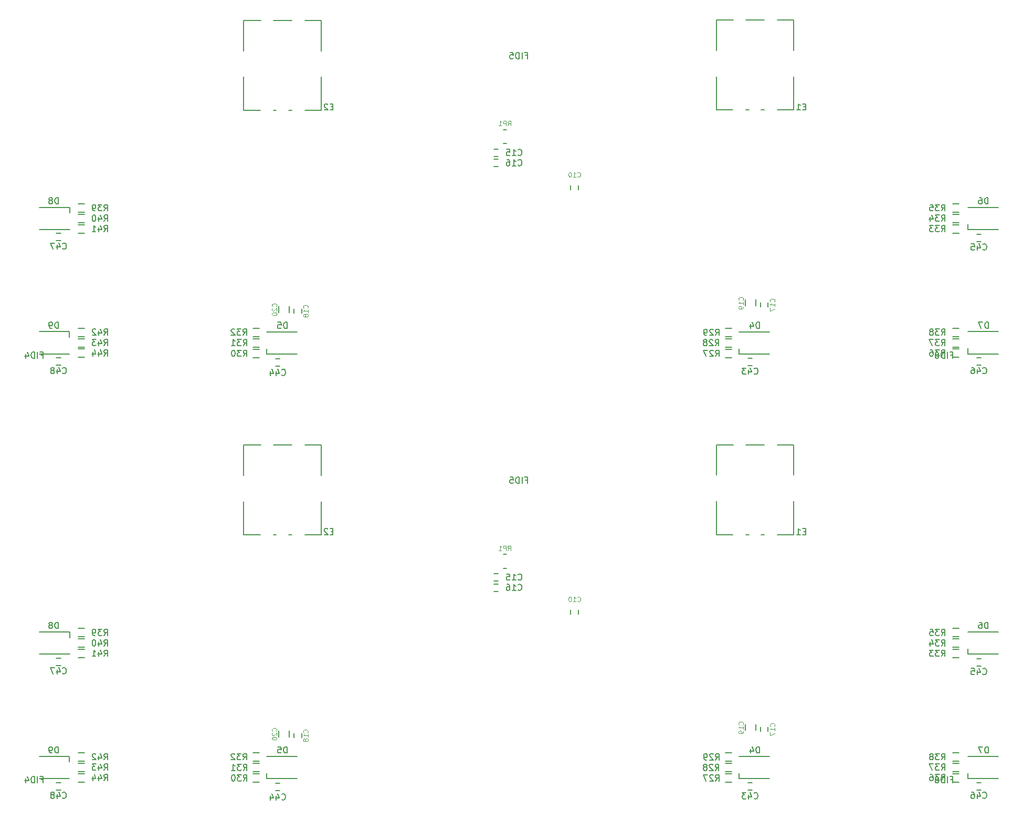
<source format=gbr>
G04 #@! TF.FileFunction,Legend,Bot*
%FSLAX46Y46*%
G04 Gerber Fmt 4.6, Leading zero omitted, Abs format (unit mm)*
G04 Created by KiCad (PCBNEW no-vcs-found-product) date Mon 12 Oct 2015 08:57:56 AM BRT*
%MOMM*%
G01*
G04 APERTURE LIST*
%ADD10C,0.100000*%
%ADD11C,0.150000*%
G04 APERTURE END LIST*
D10*
D11*
X78987354Y-84747806D02*
X79487354Y-84747806D01*
X78987354Y-87017806D02*
X79487354Y-87017806D01*
X11461454Y-120120106D02*
X10461454Y-120120106D01*
X10461454Y-121470106D02*
X11461454Y-121470106D01*
X11461454Y-118443706D02*
X10461454Y-118443706D01*
X10461454Y-119793706D02*
X11461454Y-119793706D01*
X11461454Y-116767306D02*
X10461454Y-116767306D01*
X10461454Y-118117306D02*
X11461454Y-118117306D01*
X11461454Y-100079506D02*
X10461454Y-100079506D01*
X10461454Y-101429506D02*
X11461454Y-101429506D01*
X11461454Y-98403106D02*
X10461454Y-98403106D01*
X10461454Y-99753106D02*
X11461454Y-99753106D01*
X11461454Y-96726706D02*
X10461454Y-96726706D01*
X10461454Y-98076706D02*
X11461454Y-98076706D01*
X151533054Y-118117306D02*
X152533054Y-118117306D01*
X152533054Y-116767306D02*
X151533054Y-116767306D01*
X38617354Y-118117306D02*
X39617354Y-118117306D01*
X39617354Y-116767306D02*
X38617354Y-116767306D01*
X151533054Y-119793706D02*
X152533054Y-119793706D01*
X152533054Y-118443706D02*
X151533054Y-118443706D01*
X38617354Y-119819106D02*
X39617354Y-119819106D01*
X39617354Y-118469106D02*
X38617354Y-118469106D01*
X151533054Y-121470106D02*
X152533054Y-121470106D01*
X152533054Y-120120106D02*
X151533054Y-120120106D01*
X38617354Y-121520906D02*
X39617354Y-121520906D01*
X39617354Y-120170906D02*
X38617354Y-120170906D01*
X151533054Y-98076706D02*
X152533054Y-98076706D01*
X152533054Y-96726706D02*
X151533054Y-96726706D01*
X114842754Y-118142706D02*
X115842754Y-118142706D01*
X115842754Y-116792706D02*
X114842754Y-116792706D01*
X151533054Y-99753106D02*
X152533054Y-99753106D01*
X152533054Y-98403106D02*
X151533054Y-98403106D01*
X114842754Y-119819106D02*
X115842754Y-119819106D01*
X115842754Y-118469106D02*
X114842754Y-118469106D01*
X151533054Y-101429506D02*
X152533054Y-101429506D01*
X152533054Y-100079506D02*
X151533054Y-100079506D01*
X114842754Y-121520906D02*
X115842754Y-121520906D01*
X115842754Y-120170906D02*
X114842754Y-120170906D01*
X42399154Y-81653706D02*
X41899154Y-81653706D01*
X44899154Y-81653706D02*
X44399154Y-81653706D01*
X49649154Y-67153706D02*
X46999154Y-67153706D01*
X41899154Y-67153706D02*
X44899154Y-67153706D01*
X37149154Y-72053706D02*
X37149154Y-67153706D01*
X37149154Y-67153706D02*
X39899154Y-67153706D01*
X39799154Y-81653706D02*
X37149154Y-81653706D01*
X37149154Y-81653706D02*
X37149154Y-76253706D01*
X49649154Y-81653706D02*
X46999154Y-81653706D01*
X49649154Y-81653706D02*
X49649154Y-76253706D01*
X49649154Y-67153706D02*
X49649154Y-72053706D01*
X118624554Y-81602906D02*
X118124554Y-81602906D01*
X121124554Y-81602906D02*
X120624554Y-81602906D01*
X125874554Y-67102906D02*
X123224554Y-67102906D01*
X118124554Y-67102906D02*
X121124554Y-67102906D01*
X113374554Y-72002906D02*
X113374554Y-67102906D01*
X113374554Y-67102906D02*
X116124554Y-67102906D01*
X116024554Y-81602906D02*
X113374554Y-81602906D01*
X113374554Y-81602906D02*
X113374554Y-76202906D01*
X125874554Y-81602906D02*
X123224554Y-81602906D01*
X125874554Y-81602906D02*
X125874554Y-76202906D01*
X125874554Y-67102906D02*
X125874554Y-72002906D01*
X9041054Y-117331406D02*
X9041054Y-118231406D01*
X9041054Y-120931406D02*
X4141054Y-120931406D01*
X4141054Y-117331406D02*
X9041054Y-117331406D01*
X9053754Y-97278106D02*
X9053754Y-98178106D01*
X9053754Y-100878106D02*
X4153754Y-100878106D01*
X4153754Y-97278106D02*
X9053754Y-97278106D01*
X153940754Y-120931406D02*
X153940754Y-120031406D01*
X153940754Y-117331406D02*
X158840754Y-117331406D01*
X158840754Y-120931406D02*
X153940754Y-120931406D01*
X40834554Y-120944106D02*
X40834554Y-120044106D01*
X40834554Y-117344106D02*
X45734554Y-117344106D01*
X45734554Y-120944106D02*
X40834554Y-120944106D01*
X153940754Y-100878106D02*
X153940754Y-99978106D01*
X153940754Y-97278106D02*
X158840754Y-97278106D01*
X158840754Y-100878106D02*
X153940754Y-100878106D01*
X117047254Y-120944106D02*
X117047254Y-120044106D01*
X117047254Y-117344106D02*
X121947254Y-117344106D01*
X121947254Y-120944106D02*
X117047254Y-120944106D01*
X6915754Y-122741306D02*
X7615754Y-122741306D01*
X7615754Y-121541306D02*
X6915754Y-121541306D01*
X6915754Y-102675306D02*
X7615754Y-102675306D01*
X7615754Y-101475306D02*
X6915754Y-101475306D01*
X156053354Y-121541306D02*
X155353354Y-121541306D01*
X155353354Y-122741306D02*
X156053354Y-122741306D01*
X42959854Y-121668306D02*
X42259854Y-121668306D01*
X42259854Y-122868306D02*
X42959854Y-122868306D01*
X156053354Y-101602306D02*
X155353354Y-101602306D01*
X155353354Y-102802306D02*
X156053354Y-102802306D01*
X119159854Y-121604806D02*
X118459854Y-121604806D01*
X118459854Y-122804806D02*
X119159854Y-122804806D01*
X77502354Y-90737306D02*
X78202354Y-90737306D01*
X78202354Y-89537306D02*
X77502354Y-89537306D01*
X77502354Y-89086306D02*
X78202354Y-89086306D01*
X78202354Y-87886306D02*
X77502354Y-87886306D01*
X91088854Y-94424306D02*
X91088854Y-93724306D01*
X89888854Y-93724306D02*
X89888854Y-94424306D01*
X42806454Y-114229906D02*
X42806454Y-113229906D01*
X44506454Y-113229906D02*
X44506454Y-114229906D01*
X45278954Y-113633906D02*
X45278954Y-114333906D01*
X46478954Y-114333906D02*
X46478954Y-113633906D01*
X118053954Y-113150406D02*
X118053954Y-112150406D01*
X119753954Y-112150406D02*
X119753954Y-113150406D01*
X120526454Y-112617906D02*
X120526454Y-113317906D01*
X121726454Y-113317906D02*
X121726454Y-112617906D01*
X120526454Y-44179702D02*
X120526454Y-44879702D01*
X121726454Y-44879702D02*
X121726454Y-44179702D01*
X118053954Y-44712202D02*
X118053954Y-43712202D01*
X119753954Y-43712202D02*
X119753954Y-44712202D01*
X45278954Y-45195702D02*
X45278954Y-45895702D01*
X46478954Y-45895702D02*
X46478954Y-45195702D01*
X42806454Y-45791702D02*
X42806454Y-44791702D01*
X44506454Y-44791702D02*
X44506454Y-45791702D01*
X91088854Y-25986102D02*
X91088854Y-25286102D01*
X89888854Y-25286102D02*
X89888854Y-25986102D01*
X77502354Y-20648102D02*
X78202354Y-20648102D01*
X78202354Y-19448102D02*
X77502354Y-19448102D01*
X77502354Y-22299102D02*
X78202354Y-22299102D01*
X78202354Y-21099102D02*
X77502354Y-21099102D01*
X119159854Y-53166602D02*
X118459854Y-53166602D01*
X118459854Y-54366602D02*
X119159854Y-54366602D01*
X156053354Y-33164102D02*
X155353354Y-33164102D01*
X155353354Y-34364102D02*
X156053354Y-34364102D01*
X42959854Y-53230102D02*
X42259854Y-53230102D01*
X42259854Y-54430102D02*
X42959854Y-54430102D01*
X156053354Y-53103102D02*
X155353354Y-53103102D01*
X155353354Y-54303102D02*
X156053354Y-54303102D01*
X6915754Y-34237102D02*
X7615754Y-34237102D01*
X7615754Y-33037102D02*
X6915754Y-33037102D01*
X6915754Y-54303102D02*
X7615754Y-54303102D01*
X7615754Y-53103102D02*
X6915754Y-53103102D01*
X117047254Y-52505902D02*
X117047254Y-51605902D01*
X117047254Y-48905902D02*
X121947254Y-48905902D01*
X121947254Y-52505902D02*
X117047254Y-52505902D01*
X153940754Y-32439902D02*
X153940754Y-31539902D01*
X153940754Y-28839902D02*
X158840754Y-28839902D01*
X158840754Y-32439902D02*
X153940754Y-32439902D01*
X40834554Y-52505902D02*
X40834554Y-51605902D01*
X40834554Y-48905902D02*
X45734554Y-48905902D01*
X45734554Y-52505902D02*
X40834554Y-52505902D01*
X153940754Y-52493202D02*
X153940754Y-51593202D01*
X153940754Y-48893202D02*
X158840754Y-48893202D01*
X158840754Y-52493202D02*
X153940754Y-52493202D01*
X9053754Y-28839902D02*
X9053754Y-29739902D01*
X9053754Y-32439902D02*
X4153754Y-32439902D01*
X4153754Y-28839902D02*
X9053754Y-28839902D01*
X9041054Y-48893202D02*
X9041054Y-49793202D01*
X9041054Y-52493202D02*
X4141054Y-52493202D01*
X4141054Y-48893202D02*
X9041054Y-48893202D01*
X118624554Y-13164702D02*
X118124554Y-13164702D01*
X121124554Y-13164702D02*
X120624554Y-13164702D01*
X125874554Y1335298D02*
X123224554Y1335298D01*
X118124554Y1335298D02*
X121124554Y1335298D01*
X113374554Y-3564702D02*
X113374554Y1335298D01*
X113374554Y1335298D02*
X116124554Y1335298D01*
X116024554Y-13164702D02*
X113374554Y-13164702D01*
X113374554Y-13164702D02*
X113374554Y-7764702D01*
X125874554Y-13164702D02*
X123224554Y-13164702D01*
X125874554Y-13164702D02*
X125874554Y-7764702D01*
X125874554Y1335298D02*
X125874554Y-3564702D01*
X42399154Y-13215502D02*
X41899154Y-13215502D01*
X44899154Y-13215502D02*
X44399154Y-13215502D01*
X49649154Y1284498D02*
X46999154Y1284498D01*
X41899154Y1284498D02*
X44899154Y1284498D01*
X37149154Y-3615502D02*
X37149154Y1284498D01*
X37149154Y1284498D02*
X39899154Y1284498D01*
X39799154Y-13215502D02*
X37149154Y-13215502D01*
X37149154Y-13215502D02*
X37149154Y-7815502D01*
X49649154Y-13215502D02*
X46999154Y-13215502D01*
X49649154Y-13215502D02*
X49649154Y-7815502D01*
X49649154Y1284498D02*
X49649154Y-3615502D01*
X114842754Y-53082702D02*
X115842754Y-53082702D01*
X115842754Y-51732702D02*
X114842754Y-51732702D01*
X151533054Y-32991302D02*
X152533054Y-32991302D01*
X152533054Y-31641302D02*
X151533054Y-31641302D01*
X114842754Y-51380902D02*
X115842754Y-51380902D01*
X115842754Y-50030902D02*
X114842754Y-50030902D01*
X151533054Y-31314902D02*
X152533054Y-31314902D01*
X152533054Y-29964902D02*
X151533054Y-29964902D01*
X114842754Y-49704502D02*
X115842754Y-49704502D01*
X115842754Y-48354502D02*
X114842754Y-48354502D01*
X151533054Y-29638502D02*
X152533054Y-29638502D01*
X152533054Y-28288502D02*
X151533054Y-28288502D01*
X38617354Y-53082702D02*
X39617354Y-53082702D01*
X39617354Y-51732702D02*
X38617354Y-51732702D01*
X151533054Y-53031902D02*
X152533054Y-53031902D01*
X152533054Y-51681902D02*
X151533054Y-51681902D01*
X38617354Y-51380902D02*
X39617354Y-51380902D01*
X39617354Y-50030902D02*
X38617354Y-50030902D01*
X151533054Y-51355502D02*
X152533054Y-51355502D01*
X152533054Y-50005502D02*
X151533054Y-50005502D01*
X38617354Y-49679102D02*
X39617354Y-49679102D01*
X39617354Y-48329102D02*
X38617354Y-48329102D01*
X151533054Y-49679102D02*
X152533054Y-49679102D01*
X152533054Y-48329102D02*
X151533054Y-48329102D01*
X11461454Y-28288502D02*
X10461454Y-28288502D01*
X10461454Y-29638502D02*
X11461454Y-29638502D01*
X11461454Y-29964902D02*
X10461454Y-29964902D01*
X10461454Y-31314902D02*
X11461454Y-31314902D01*
X11461454Y-31641302D02*
X10461454Y-31641302D01*
X10461454Y-32991302D02*
X11461454Y-32991302D01*
X11461454Y-48329102D02*
X10461454Y-48329102D01*
X10461454Y-49679102D02*
X11461454Y-49679102D01*
X11461454Y-50005502D02*
X10461454Y-50005502D01*
X10461454Y-51355502D02*
X11461454Y-51355502D01*
X11461454Y-51681902D02*
X10461454Y-51681902D01*
X10461454Y-53031902D02*
X11461454Y-53031902D01*
X78987354Y-16309602D02*
X79487354Y-16309602D01*
X78987354Y-18579602D02*
X79487354Y-18579602D01*
X151186182Y-121082877D02*
X151519516Y-121082877D01*
X151519516Y-121606687D02*
X151519516Y-120606687D01*
X151043325Y-120606687D01*
X150662373Y-121606687D02*
X150662373Y-120606687D01*
X150186183Y-121606687D02*
X150186183Y-120606687D01*
X149948088Y-120606687D01*
X149805230Y-120654306D01*
X149709992Y-120749544D01*
X149662373Y-120844782D01*
X149614754Y-121035258D01*
X149614754Y-121178116D01*
X149662373Y-121368592D01*
X149709992Y-121463830D01*
X149805230Y-121559068D01*
X149948088Y-121606687D01*
X150186183Y-121606687D01*
X148757611Y-120606687D02*
X148948088Y-120606687D01*
X149043326Y-120654306D01*
X149090945Y-120701925D01*
X149186183Y-120844782D01*
X149233802Y-121035258D01*
X149233802Y-121416211D01*
X149186183Y-121511449D01*
X149138564Y-121559068D01*
X149043326Y-121606687D01*
X148852849Y-121606687D01*
X148757611Y-121559068D01*
X148709992Y-121511449D01*
X148662373Y-121416211D01*
X148662373Y-121178116D01*
X148709992Y-121082877D01*
X148757611Y-121035258D01*
X148852849Y-120987639D01*
X149043326Y-120987639D01*
X149138564Y-121035258D01*
X149186183Y-121082877D01*
X149233802Y-121178116D01*
X82555382Y-72797477D02*
X82888716Y-72797477D01*
X82888716Y-73321287D02*
X82888716Y-72321287D01*
X82412525Y-72321287D01*
X82031573Y-73321287D02*
X82031573Y-72321287D01*
X81555383Y-73321287D02*
X81555383Y-72321287D01*
X81317288Y-72321287D01*
X81174430Y-72368906D01*
X81079192Y-72464144D01*
X81031573Y-72559382D01*
X80983954Y-72749858D01*
X80983954Y-72892716D01*
X81031573Y-73083192D01*
X81079192Y-73178430D01*
X81174430Y-73273668D01*
X81317288Y-73321287D01*
X81555383Y-73321287D01*
X80079192Y-72321287D02*
X80555383Y-72321287D01*
X80603002Y-72797477D01*
X80555383Y-72749858D01*
X80460145Y-72702239D01*
X80222049Y-72702239D01*
X80126811Y-72749858D01*
X80079192Y-72797477D01*
X80031573Y-72892716D01*
X80031573Y-73130811D01*
X80079192Y-73226049D01*
X80126811Y-73273668D01*
X80222049Y-73321287D01*
X80460145Y-73321287D01*
X80555383Y-73273668D01*
X80603002Y-73226049D01*
X4399582Y-121082877D02*
X4732916Y-121082877D01*
X4732916Y-121606687D02*
X4732916Y-120606687D01*
X4256725Y-120606687D01*
X3875773Y-121606687D02*
X3875773Y-120606687D01*
X3399583Y-121606687D02*
X3399583Y-120606687D01*
X3161488Y-120606687D01*
X3018630Y-120654306D01*
X2923392Y-120749544D01*
X2875773Y-120844782D01*
X2828154Y-121035258D01*
X2828154Y-121178116D01*
X2875773Y-121368592D01*
X2923392Y-121463830D01*
X3018630Y-121559068D01*
X3161488Y-121606687D01*
X3399583Y-121606687D01*
X1971011Y-120940020D02*
X1971011Y-121606687D01*
X2209107Y-120559068D02*
X2447202Y-121273354D01*
X1828154Y-121273354D01*
D10*
X79737354Y-84122092D02*
X79987354Y-83764949D01*
X80165926Y-84122092D02*
X80165926Y-83372092D01*
X79880211Y-83372092D01*
X79808783Y-83407806D01*
X79773068Y-83443520D01*
X79737354Y-83514949D01*
X79737354Y-83622092D01*
X79773068Y-83693520D01*
X79808783Y-83729235D01*
X79880211Y-83764949D01*
X80165926Y-83764949D01*
X79415926Y-84122092D02*
X79415926Y-83372092D01*
X79130211Y-83372092D01*
X79058783Y-83407806D01*
X79023068Y-83443520D01*
X78987354Y-83514949D01*
X78987354Y-83622092D01*
X79023068Y-83693520D01*
X79058783Y-83729235D01*
X79130211Y-83764949D01*
X79415926Y-83764949D01*
X78273068Y-84122092D02*
X78701640Y-84122092D01*
X78487354Y-84122092D02*
X78487354Y-83372092D01*
X78558783Y-83479235D01*
X78630211Y-83550663D01*
X78701640Y-83586377D01*
D11*
X14604311Y-121247487D02*
X14937645Y-120771296D01*
X15175740Y-121247487D02*
X15175740Y-120247487D01*
X14794787Y-120247487D01*
X14699549Y-120295106D01*
X14651930Y-120342725D01*
X14604311Y-120437963D01*
X14604311Y-120580820D01*
X14651930Y-120676058D01*
X14699549Y-120723677D01*
X14794787Y-120771296D01*
X15175740Y-120771296D01*
X13747168Y-120580820D02*
X13747168Y-121247487D01*
X13985264Y-120199868D02*
X14223359Y-120914154D01*
X13604311Y-120914154D01*
X12794787Y-120580820D02*
X12794787Y-121247487D01*
X13032883Y-120199868D02*
X13270978Y-120914154D01*
X12651930Y-120914154D01*
X14604311Y-119571087D02*
X14937645Y-119094896D01*
X15175740Y-119571087D02*
X15175740Y-118571087D01*
X14794787Y-118571087D01*
X14699549Y-118618706D01*
X14651930Y-118666325D01*
X14604311Y-118761563D01*
X14604311Y-118904420D01*
X14651930Y-118999658D01*
X14699549Y-119047277D01*
X14794787Y-119094896D01*
X15175740Y-119094896D01*
X13747168Y-118904420D02*
X13747168Y-119571087D01*
X13985264Y-118523468D02*
X14223359Y-119237754D01*
X13604311Y-119237754D01*
X13318597Y-118571087D02*
X12699549Y-118571087D01*
X13032883Y-118952039D01*
X12890025Y-118952039D01*
X12794787Y-118999658D01*
X12747168Y-119047277D01*
X12699549Y-119142516D01*
X12699549Y-119380611D01*
X12747168Y-119475849D01*
X12794787Y-119523468D01*
X12890025Y-119571087D01*
X13175740Y-119571087D01*
X13270978Y-119523468D01*
X13318597Y-119475849D01*
X14604311Y-117894687D02*
X14937645Y-117418496D01*
X15175740Y-117894687D02*
X15175740Y-116894687D01*
X14794787Y-116894687D01*
X14699549Y-116942306D01*
X14651930Y-116989925D01*
X14604311Y-117085163D01*
X14604311Y-117228020D01*
X14651930Y-117323258D01*
X14699549Y-117370877D01*
X14794787Y-117418496D01*
X15175740Y-117418496D01*
X13747168Y-117228020D02*
X13747168Y-117894687D01*
X13985264Y-116847068D02*
X14223359Y-117561354D01*
X13604311Y-117561354D01*
X13270978Y-116989925D02*
X13223359Y-116942306D01*
X13128121Y-116894687D01*
X12890025Y-116894687D01*
X12794787Y-116942306D01*
X12747168Y-116989925D01*
X12699549Y-117085163D01*
X12699549Y-117180401D01*
X12747168Y-117323258D01*
X13318597Y-117894687D01*
X12699549Y-117894687D01*
X14604311Y-101206887D02*
X14937645Y-100730696D01*
X15175740Y-101206887D02*
X15175740Y-100206887D01*
X14794787Y-100206887D01*
X14699549Y-100254506D01*
X14651930Y-100302125D01*
X14604311Y-100397363D01*
X14604311Y-100540220D01*
X14651930Y-100635458D01*
X14699549Y-100683077D01*
X14794787Y-100730696D01*
X15175740Y-100730696D01*
X13747168Y-100540220D02*
X13747168Y-101206887D01*
X13985264Y-100159268D02*
X14223359Y-100873554D01*
X13604311Y-100873554D01*
X12699549Y-101206887D02*
X13270978Y-101206887D01*
X12985264Y-101206887D02*
X12985264Y-100206887D01*
X13080502Y-100349744D01*
X13175740Y-100444982D01*
X13270978Y-100492601D01*
X14604311Y-99530487D02*
X14937645Y-99054296D01*
X15175740Y-99530487D02*
X15175740Y-98530487D01*
X14794787Y-98530487D01*
X14699549Y-98578106D01*
X14651930Y-98625725D01*
X14604311Y-98720963D01*
X14604311Y-98863820D01*
X14651930Y-98959058D01*
X14699549Y-99006677D01*
X14794787Y-99054296D01*
X15175740Y-99054296D01*
X13747168Y-98863820D02*
X13747168Y-99530487D01*
X13985264Y-98482868D02*
X14223359Y-99197154D01*
X13604311Y-99197154D01*
X13032883Y-98530487D02*
X12937644Y-98530487D01*
X12842406Y-98578106D01*
X12794787Y-98625725D01*
X12747168Y-98720963D01*
X12699549Y-98911439D01*
X12699549Y-99149535D01*
X12747168Y-99340011D01*
X12794787Y-99435249D01*
X12842406Y-99482868D01*
X12937644Y-99530487D01*
X13032883Y-99530487D01*
X13128121Y-99482868D01*
X13175740Y-99435249D01*
X13223359Y-99340011D01*
X13270978Y-99149535D01*
X13270978Y-98911439D01*
X13223359Y-98720963D01*
X13175740Y-98625725D01*
X13128121Y-98578106D01*
X13032883Y-98530487D01*
X14604311Y-97854087D02*
X14937645Y-97377896D01*
X15175740Y-97854087D02*
X15175740Y-96854087D01*
X14794787Y-96854087D01*
X14699549Y-96901706D01*
X14651930Y-96949325D01*
X14604311Y-97044563D01*
X14604311Y-97187420D01*
X14651930Y-97282658D01*
X14699549Y-97330277D01*
X14794787Y-97377896D01*
X15175740Y-97377896D01*
X14270978Y-96854087D02*
X13651930Y-96854087D01*
X13985264Y-97235039D01*
X13842406Y-97235039D01*
X13747168Y-97282658D01*
X13699549Y-97330277D01*
X13651930Y-97425516D01*
X13651930Y-97663611D01*
X13699549Y-97758849D01*
X13747168Y-97806468D01*
X13842406Y-97854087D01*
X14128121Y-97854087D01*
X14223359Y-97806468D01*
X14270978Y-97758849D01*
X13175740Y-97854087D02*
X12985264Y-97854087D01*
X12890025Y-97806468D01*
X12842406Y-97758849D01*
X12747168Y-97615992D01*
X12699549Y-97425516D01*
X12699549Y-97044563D01*
X12747168Y-96949325D01*
X12794787Y-96901706D01*
X12890025Y-96854087D01*
X13080502Y-96854087D01*
X13175740Y-96901706D01*
X13223359Y-96949325D01*
X13270978Y-97044563D01*
X13270978Y-97282658D01*
X13223359Y-97377896D01*
X13175740Y-97425516D01*
X13080502Y-97473135D01*
X12890025Y-97473135D01*
X12794787Y-97425516D01*
X12747168Y-97377896D01*
X12699549Y-97282658D01*
X149675911Y-117894687D02*
X150009245Y-117418496D01*
X150247340Y-117894687D02*
X150247340Y-116894687D01*
X149866387Y-116894687D01*
X149771149Y-116942306D01*
X149723530Y-116989925D01*
X149675911Y-117085163D01*
X149675911Y-117228020D01*
X149723530Y-117323258D01*
X149771149Y-117370877D01*
X149866387Y-117418496D01*
X150247340Y-117418496D01*
X149342578Y-116894687D02*
X148723530Y-116894687D01*
X149056864Y-117275639D01*
X148914006Y-117275639D01*
X148818768Y-117323258D01*
X148771149Y-117370877D01*
X148723530Y-117466116D01*
X148723530Y-117704211D01*
X148771149Y-117799449D01*
X148818768Y-117847068D01*
X148914006Y-117894687D01*
X149199721Y-117894687D01*
X149294959Y-117847068D01*
X149342578Y-117799449D01*
X148152102Y-117323258D02*
X148247340Y-117275639D01*
X148294959Y-117228020D01*
X148342578Y-117132782D01*
X148342578Y-117085163D01*
X148294959Y-116989925D01*
X148247340Y-116942306D01*
X148152102Y-116894687D01*
X147961625Y-116894687D01*
X147866387Y-116942306D01*
X147818768Y-116989925D01*
X147771149Y-117085163D01*
X147771149Y-117132782D01*
X147818768Y-117228020D01*
X147866387Y-117275639D01*
X147961625Y-117323258D01*
X148152102Y-117323258D01*
X148247340Y-117370877D01*
X148294959Y-117418496D01*
X148342578Y-117513735D01*
X148342578Y-117704211D01*
X148294959Y-117799449D01*
X148247340Y-117847068D01*
X148152102Y-117894687D01*
X147961625Y-117894687D01*
X147866387Y-117847068D01*
X147818768Y-117799449D01*
X147771149Y-117704211D01*
X147771149Y-117513735D01*
X147818768Y-117418496D01*
X147866387Y-117370877D01*
X147961625Y-117323258D01*
X37017011Y-117894687D02*
X37350345Y-117418496D01*
X37588440Y-117894687D02*
X37588440Y-116894687D01*
X37207487Y-116894687D01*
X37112249Y-116942306D01*
X37064630Y-116989925D01*
X37017011Y-117085163D01*
X37017011Y-117228020D01*
X37064630Y-117323258D01*
X37112249Y-117370877D01*
X37207487Y-117418496D01*
X37588440Y-117418496D01*
X36683678Y-116894687D02*
X36064630Y-116894687D01*
X36397964Y-117275639D01*
X36255106Y-117275639D01*
X36159868Y-117323258D01*
X36112249Y-117370877D01*
X36064630Y-117466116D01*
X36064630Y-117704211D01*
X36112249Y-117799449D01*
X36159868Y-117847068D01*
X36255106Y-117894687D01*
X36540821Y-117894687D01*
X36636059Y-117847068D01*
X36683678Y-117799449D01*
X35683678Y-116989925D02*
X35636059Y-116942306D01*
X35540821Y-116894687D01*
X35302725Y-116894687D01*
X35207487Y-116942306D01*
X35159868Y-116989925D01*
X35112249Y-117085163D01*
X35112249Y-117180401D01*
X35159868Y-117323258D01*
X35731297Y-117894687D01*
X35112249Y-117894687D01*
X149675911Y-119571087D02*
X150009245Y-119094896D01*
X150247340Y-119571087D02*
X150247340Y-118571087D01*
X149866387Y-118571087D01*
X149771149Y-118618706D01*
X149723530Y-118666325D01*
X149675911Y-118761563D01*
X149675911Y-118904420D01*
X149723530Y-118999658D01*
X149771149Y-119047277D01*
X149866387Y-119094896D01*
X150247340Y-119094896D01*
X149342578Y-118571087D02*
X148723530Y-118571087D01*
X149056864Y-118952039D01*
X148914006Y-118952039D01*
X148818768Y-118999658D01*
X148771149Y-119047277D01*
X148723530Y-119142516D01*
X148723530Y-119380611D01*
X148771149Y-119475849D01*
X148818768Y-119523468D01*
X148914006Y-119571087D01*
X149199721Y-119571087D01*
X149294959Y-119523468D01*
X149342578Y-119475849D01*
X148390197Y-118571087D02*
X147723530Y-118571087D01*
X148152102Y-119571087D01*
X37067811Y-119596487D02*
X37401145Y-119120296D01*
X37639240Y-119596487D02*
X37639240Y-118596487D01*
X37258287Y-118596487D01*
X37163049Y-118644106D01*
X37115430Y-118691725D01*
X37067811Y-118786963D01*
X37067811Y-118929820D01*
X37115430Y-119025058D01*
X37163049Y-119072677D01*
X37258287Y-119120296D01*
X37639240Y-119120296D01*
X36734478Y-118596487D02*
X36115430Y-118596487D01*
X36448764Y-118977439D01*
X36305906Y-118977439D01*
X36210668Y-119025058D01*
X36163049Y-119072677D01*
X36115430Y-119167916D01*
X36115430Y-119406011D01*
X36163049Y-119501249D01*
X36210668Y-119548868D01*
X36305906Y-119596487D01*
X36591621Y-119596487D01*
X36686859Y-119548868D01*
X36734478Y-119501249D01*
X35163049Y-119596487D02*
X35734478Y-119596487D01*
X35448764Y-119596487D02*
X35448764Y-118596487D01*
X35544002Y-118739344D01*
X35639240Y-118834582D01*
X35734478Y-118882201D01*
X149675911Y-121247487D02*
X150009245Y-120771296D01*
X150247340Y-121247487D02*
X150247340Y-120247487D01*
X149866387Y-120247487D01*
X149771149Y-120295106D01*
X149723530Y-120342725D01*
X149675911Y-120437963D01*
X149675911Y-120580820D01*
X149723530Y-120676058D01*
X149771149Y-120723677D01*
X149866387Y-120771296D01*
X150247340Y-120771296D01*
X149342578Y-120247487D02*
X148723530Y-120247487D01*
X149056864Y-120628439D01*
X148914006Y-120628439D01*
X148818768Y-120676058D01*
X148771149Y-120723677D01*
X148723530Y-120818916D01*
X148723530Y-121057011D01*
X148771149Y-121152249D01*
X148818768Y-121199868D01*
X148914006Y-121247487D01*
X149199721Y-121247487D01*
X149294959Y-121199868D01*
X149342578Y-121152249D01*
X147866387Y-120247487D02*
X148056864Y-120247487D01*
X148152102Y-120295106D01*
X148199721Y-120342725D01*
X148294959Y-120485582D01*
X148342578Y-120676058D01*
X148342578Y-121057011D01*
X148294959Y-121152249D01*
X148247340Y-121199868D01*
X148152102Y-121247487D01*
X147961625Y-121247487D01*
X147866387Y-121199868D01*
X147818768Y-121152249D01*
X147771149Y-121057011D01*
X147771149Y-120818916D01*
X147818768Y-120723677D01*
X147866387Y-120676058D01*
X147961625Y-120628439D01*
X148152102Y-120628439D01*
X148247340Y-120676058D01*
X148294959Y-120723677D01*
X148342578Y-120818916D01*
X37067811Y-121298287D02*
X37401145Y-120822096D01*
X37639240Y-121298287D02*
X37639240Y-120298287D01*
X37258287Y-120298287D01*
X37163049Y-120345906D01*
X37115430Y-120393525D01*
X37067811Y-120488763D01*
X37067811Y-120631620D01*
X37115430Y-120726858D01*
X37163049Y-120774477D01*
X37258287Y-120822096D01*
X37639240Y-120822096D01*
X36734478Y-120298287D02*
X36115430Y-120298287D01*
X36448764Y-120679239D01*
X36305906Y-120679239D01*
X36210668Y-120726858D01*
X36163049Y-120774477D01*
X36115430Y-120869716D01*
X36115430Y-121107811D01*
X36163049Y-121203049D01*
X36210668Y-121250668D01*
X36305906Y-121298287D01*
X36591621Y-121298287D01*
X36686859Y-121250668D01*
X36734478Y-121203049D01*
X35496383Y-120298287D02*
X35401144Y-120298287D01*
X35305906Y-120345906D01*
X35258287Y-120393525D01*
X35210668Y-120488763D01*
X35163049Y-120679239D01*
X35163049Y-120917335D01*
X35210668Y-121107811D01*
X35258287Y-121203049D01*
X35305906Y-121250668D01*
X35401144Y-121298287D01*
X35496383Y-121298287D01*
X35591621Y-121250668D01*
X35639240Y-121203049D01*
X35686859Y-121107811D01*
X35734478Y-120917335D01*
X35734478Y-120679239D01*
X35686859Y-120488763D01*
X35639240Y-120393525D01*
X35591621Y-120345906D01*
X35496383Y-120298287D01*
X149675911Y-97854087D02*
X150009245Y-97377896D01*
X150247340Y-97854087D02*
X150247340Y-96854087D01*
X149866387Y-96854087D01*
X149771149Y-96901706D01*
X149723530Y-96949325D01*
X149675911Y-97044563D01*
X149675911Y-97187420D01*
X149723530Y-97282658D01*
X149771149Y-97330277D01*
X149866387Y-97377896D01*
X150247340Y-97377896D01*
X149342578Y-96854087D02*
X148723530Y-96854087D01*
X149056864Y-97235039D01*
X148914006Y-97235039D01*
X148818768Y-97282658D01*
X148771149Y-97330277D01*
X148723530Y-97425516D01*
X148723530Y-97663611D01*
X148771149Y-97758849D01*
X148818768Y-97806468D01*
X148914006Y-97854087D01*
X149199721Y-97854087D01*
X149294959Y-97806468D01*
X149342578Y-97758849D01*
X147818768Y-96854087D02*
X148294959Y-96854087D01*
X148342578Y-97330277D01*
X148294959Y-97282658D01*
X148199721Y-97235039D01*
X147961625Y-97235039D01*
X147866387Y-97282658D01*
X147818768Y-97330277D01*
X147771149Y-97425516D01*
X147771149Y-97663611D01*
X147818768Y-97758849D01*
X147866387Y-97806468D01*
X147961625Y-97854087D01*
X148199721Y-97854087D01*
X148294959Y-97806468D01*
X148342578Y-97758849D01*
X113242411Y-117920087D02*
X113575745Y-117443896D01*
X113813840Y-117920087D02*
X113813840Y-116920087D01*
X113432887Y-116920087D01*
X113337649Y-116967706D01*
X113290030Y-117015325D01*
X113242411Y-117110563D01*
X113242411Y-117253420D01*
X113290030Y-117348658D01*
X113337649Y-117396277D01*
X113432887Y-117443896D01*
X113813840Y-117443896D01*
X112861459Y-117015325D02*
X112813840Y-116967706D01*
X112718602Y-116920087D01*
X112480506Y-116920087D01*
X112385268Y-116967706D01*
X112337649Y-117015325D01*
X112290030Y-117110563D01*
X112290030Y-117205801D01*
X112337649Y-117348658D01*
X112909078Y-117920087D01*
X112290030Y-117920087D01*
X111813840Y-117920087D02*
X111623364Y-117920087D01*
X111528125Y-117872468D01*
X111480506Y-117824849D01*
X111385268Y-117681992D01*
X111337649Y-117491516D01*
X111337649Y-117110563D01*
X111385268Y-117015325D01*
X111432887Y-116967706D01*
X111528125Y-116920087D01*
X111718602Y-116920087D01*
X111813840Y-116967706D01*
X111861459Y-117015325D01*
X111909078Y-117110563D01*
X111909078Y-117348658D01*
X111861459Y-117443896D01*
X111813840Y-117491516D01*
X111718602Y-117539135D01*
X111528125Y-117539135D01*
X111432887Y-117491516D01*
X111385268Y-117443896D01*
X111337649Y-117348658D01*
X149675911Y-99530487D02*
X150009245Y-99054296D01*
X150247340Y-99530487D02*
X150247340Y-98530487D01*
X149866387Y-98530487D01*
X149771149Y-98578106D01*
X149723530Y-98625725D01*
X149675911Y-98720963D01*
X149675911Y-98863820D01*
X149723530Y-98959058D01*
X149771149Y-99006677D01*
X149866387Y-99054296D01*
X150247340Y-99054296D01*
X149342578Y-98530487D02*
X148723530Y-98530487D01*
X149056864Y-98911439D01*
X148914006Y-98911439D01*
X148818768Y-98959058D01*
X148771149Y-99006677D01*
X148723530Y-99101916D01*
X148723530Y-99340011D01*
X148771149Y-99435249D01*
X148818768Y-99482868D01*
X148914006Y-99530487D01*
X149199721Y-99530487D01*
X149294959Y-99482868D01*
X149342578Y-99435249D01*
X147866387Y-98863820D02*
X147866387Y-99530487D01*
X148104483Y-98482868D02*
X148342578Y-99197154D01*
X147723530Y-99197154D01*
X113191611Y-119596487D02*
X113524945Y-119120296D01*
X113763040Y-119596487D02*
X113763040Y-118596487D01*
X113382087Y-118596487D01*
X113286849Y-118644106D01*
X113239230Y-118691725D01*
X113191611Y-118786963D01*
X113191611Y-118929820D01*
X113239230Y-119025058D01*
X113286849Y-119072677D01*
X113382087Y-119120296D01*
X113763040Y-119120296D01*
X112810659Y-118691725D02*
X112763040Y-118644106D01*
X112667802Y-118596487D01*
X112429706Y-118596487D01*
X112334468Y-118644106D01*
X112286849Y-118691725D01*
X112239230Y-118786963D01*
X112239230Y-118882201D01*
X112286849Y-119025058D01*
X112858278Y-119596487D01*
X112239230Y-119596487D01*
X111667802Y-119025058D02*
X111763040Y-118977439D01*
X111810659Y-118929820D01*
X111858278Y-118834582D01*
X111858278Y-118786963D01*
X111810659Y-118691725D01*
X111763040Y-118644106D01*
X111667802Y-118596487D01*
X111477325Y-118596487D01*
X111382087Y-118644106D01*
X111334468Y-118691725D01*
X111286849Y-118786963D01*
X111286849Y-118834582D01*
X111334468Y-118929820D01*
X111382087Y-118977439D01*
X111477325Y-119025058D01*
X111667802Y-119025058D01*
X111763040Y-119072677D01*
X111810659Y-119120296D01*
X111858278Y-119215535D01*
X111858278Y-119406011D01*
X111810659Y-119501249D01*
X111763040Y-119548868D01*
X111667802Y-119596487D01*
X111477325Y-119596487D01*
X111382087Y-119548868D01*
X111334468Y-119501249D01*
X111286849Y-119406011D01*
X111286849Y-119215535D01*
X111334468Y-119120296D01*
X111382087Y-119072677D01*
X111477325Y-119025058D01*
X149675911Y-101206887D02*
X150009245Y-100730696D01*
X150247340Y-101206887D02*
X150247340Y-100206887D01*
X149866387Y-100206887D01*
X149771149Y-100254506D01*
X149723530Y-100302125D01*
X149675911Y-100397363D01*
X149675911Y-100540220D01*
X149723530Y-100635458D01*
X149771149Y-100683077D01*
X149866387Y-100730696D01*
X150247340Y-100730696D01*
X149342578Y-100206887D02*
X148723530Y-100206887D01*
X149056864Y-100587839D01*
X148914006Y-100587839D01*
X148818768Y-100635458D01*
X148771149Y-100683077D01*
X148723530Y-100778316D01*
X148723530Y-101016411D01*
X148771149Y-101111649D01*
X148818768Y-101159268D01*
X148914006Y-101206887D01*
X149199721Y-101206887D01*
X149294959Y-101159268D01*
X149342578Y-101111649D01*
X148390197Y-100206887D02*
X147771149Y-100206887D01*
X148104483Y-100587839D01*
X147961625Y-100587839D01*
X147866387Y-100635458D01*
X147818768Y-100683077D01*
X147771149Y-100778316D01*
X147771149Y-101016411D01*
X147818768Y-101111649D01*
X147866387Y-101159268D01*
X147961625Y-101206887D01*
X148247340Y-101206887D01*
X148342578Y-101159268D01*
X148390197Y-101111649D01*
X113242411Y-121298287D02*
X113575745Y-120822096D01*
X113813840Y-121298287D02*
X113813840Y-120298287D01*
X113432887Y-120298287D01*
X113337649Y-120345906D01*
X113290030Y-120393525D01*
X113242411Y-120488763D01*
X113242411Y-120631620D01*
X113290030Y-120726858D01*
X113337649Y-120774477D01*
X113432887Y-120822096D01*
X113813840Y-120822096D01*
X112861459Y-120393525D02*
X112813840Y-120345906D01*
X112718602Y-120298287D01*
X112480506Y-120298287D01*
X112385268Y-120345906D01*
X112337649Y-120393525D01*
X112290030Y-120488763D01*
X112290030Y-120584001D01*
X112337649Y-120726858D01*
X112909078Y-121298287D01*
X112290030Y-121298287D01*
X111956697Y-120298287D02*
X111290030Y-120298287D01*
X111718602Y-121298287D01*
X51542630Y-81074277D02*
X51209296Y-81074277D01*
X51066439Y-81598087D02*
X51542630Y-81598087D01*
X51542630Y-80598087D01*
X51066439Y-80598087D01*
X50685487Y-80693325D02*
X50637868Y-80645706D01*
X50542630Y-80598087D01*
X50304534Y-80598087D01*
X50209296Y-80645706D01*
X50161677Y-80693325D01*
X50114058Y-80788563D01*
X50114058Y-80883801D01*
X50161677Y-81026658D01*
X50733106Y-81598087D01*
X50114058Y-81598087D01*
X127768030Y-81074277D02*
X127434696Y-81074277D01*
X127291839Y-81598087D02*
X127768030Y-81598087D01*
X127768030Y-80598087D01*
X127291839Y-80598087D01*
X126339458Y-81598087D02*
X126910887Y-81598087D01*
X126625173Y-81598087D02*
X126625173Y-80598087D01*
X126720411Y-80740944D01*
X126815649Y-80836182D01*
X126910887Y-80883801D01*
X7229149Y-116783787D02*
X7229149Y-115783787D01*
X6991054Y-115783787D01*
X6848196Y-115831406D01*
X6752958Y-115926644D01*
X6705339Y-116021882D01*
X6657720Y-116212358D01*
X6657720Y-116355216D01*
X6705339Y-116545692D01*
X6752958Y-116640930D01*
X6848196Y-116736168D01*
X6991054Y-116783787D01*
X7229149Y-116783787D01*
X6181530Y-116783787D02*
X5991054Y-116783787D01*
X5895815Y-116736168D01*
X5848196Y-116688549D01*
X5752958Y-116545692D01*
X5705339Y-116355216D01*
X5705339Y-115974263D01*
X5752958Y-115879025D01*
X5800577Y-115831406D01*
X5895815Y-115783787D01*
X6086292Y-115783787D01*
X6181530Y-115831406D01*
X6229149Y-115879025D01*
X6276768Y-115974263D01*
X6276768Y-116212358D01*
X6229149Y-116307596D01*
X6181530Y-116355216D01*
X6086292Y-116402835D01*
X5895815Y-116402835D01*
X5800577Y-116355216D01*
X5752958Y-116307596D01*
X5705339Y-116212358D01*
X7241849Y-96730487D02*
X7241849Y-95730487D01*
X7003754Y-95730487D01*
X6860896Y-95778106D01*
X6765658Y-95873344D01*
X6718039Y-95968582D01*
X6670420Y-96159058D01*
X6670420Y-96301916D01*
X6718039Y-96492392D01*
X6765658Y-96587630D01*
X6860896Y-96682868D01*
X7003754Y-96730487D01*
X7241849Y-96730487D01*
X6098992Y-96159058D02*
X6194230Y-96111439D01*
X6241849Y-96063820D01*
X6289468Y-95968582D01*
X6289468Y-95920963D01*
X6241849Y-95825725D01*
X6194230Y-95778106D01*
X6098992Y-95730487D01*
X5908515Y-95730487D01*
X5813277Y-95778106D01*
X5765658Y-95825725D01*
X5718039Y-95920963D01*
X5718039Y-95968582D01*
X5765658Y-96063820D01*
X5813277Y-96111439D01*
X5908515Y-96159058D01*
X6098992Y-96159058D01*
X6194230Y-96206677D01*
X6241849Y-96254296D01*
X6289468Y-96349535D01*
X6289468Y-96540011D01*
X6241849Y-96635249D01*
X6194230Y-96682868D01*
X6098992Y-96730487D01*
X5908515Y-96730487D01*
X5813277Y-96682868D01*
X5765658Y-96635249D01*
X5718039Y-96540011D01*
X5718039Y-96349535D01*
X5765658Y-96254296D01*
X5813277Y-96206677D01*
X5908515Y-96159058D01*
X157228849Y-116783787D02*
X157228849Y-115783787D01*
X156990754Y-115783787D01*
X156847896Y-115831406D01*
X156752658Y-115926644D01*
X156705039Y-116021882D01*
X156657420Y-116212358D01*
X156657420Y-116355216D01*
X156705039Y-116545692D01*
X156752658Y-116640930D01*
X156847896Y-116736168D01*
X156990754Y-116783787D01*
X157228849Y-116783787D01*
X156324087Y-115783787D02*
X155657420Y-115783787D01*
X156085992Y-116783787D01*
X44122649Y-116796487D02*
X44122649Y-115796487D01*
X43884554Y-115796487D01*
X43741696Y-115844106D01*
X43646458Y-115939344D01*
X43598839Y-116034582D01*
X43551220Y-116225058D01*
X43551220Y-116367916D01*
X43598839Y-116558392D01*
X43646458Y-116653630D01*
X43741696Y-116748868D01*
X43884554Y-116796487D01*
X44122649Y-116796487D01*
X42646458Y-115796487D02*
X43122649Y-115796487D01*
X43170268Y-116272677D01*
X43122649Y-116225058D01*
X43027411Y-116177439D01*
X42789315Y-116177439D01*
X42694077Y-116225058D01*
X42646458Y-116272677D01*
X42598839Y-116367916D01*
X42598839Y-116606011D01*
X42646458Y-116701249D01*
X42694077Y-116748868D01*
X42789315Y-116796487D01*
X43027411Y-116796487D01*
X43122649Y-116748868D01*
X43170268Y-116701249D01*
X157203449Y-96730487D02*
X157203449Y-95730487D01*
X156965354Y-95730487D01*
X156822496Y-95778106D01*
X156727258Y-95873344D01*
X156679639Y-95968582D01*
X156632020Y-96159058D01*
X156632020Y-96301916D01*
X156679639Y-96492392D01*
X156727258Y-96587630D01*
X156822496Y-96682868D01*
X156965354Y-96730487D01*
X157203449Y-96730487D01*
X155774877Y-95730487D02*
X155965354Y-95730487D01*
X156060592Y-95778106D01*
X156108211Y-95825725D01*
X156203449Y-95968582D01*
X156251068Y-96159058D01*
X156251068Y-96540011D01*
X156203449Y-96635249D01*
X156155830Y-96682868D01*
X156060592Y-96730487D01*
X155870115Y-96730487D01*
X155774877Y-96682868D01*
X155727258Y-96635249D01*
X155679639Y-96540011D01*
X155679639Y-96301916D01*
X155727258Y-96206677D01*
X155774877Y-96159058D01*
X155870115Y-96111439D01*
X156060592Y-96111439D01*
X156155830Y-96159058D01*
X156203449Y-96206677D01*
X156251068Y-96301916D01*
X120335349Y-116796487D02*
X120335349Y-115796487D01*
X120097254Y-115796487D01*
X119954396Y-115844106D01*
X119859158Y-115939344D01*
X119811539Y-116034582D01*
X119763920Y-116225058D01*
X119763920Y-116367916D01*
X119811539Y-116558392D01*
X119859158Y-116653630D01*
X119954396Y-116748868D01*
X120097254Y-116796487D01*
X120335349Y-116796487D01*
X118906777Y-116129820D02*
X118906777Y-116796487D01*
X119144873Y-115748868D02*
X119382968Y-116463154D01*
X118763920Y-116463154D01*
X7908611Y-123998449D02*
X7956230Y-124046068D01*
X8099087Y-124093687D01*
X8194325Y-124093687D01*
X8337183Y-124046068D01*
X8432421Y-123950830D01*
X8480040Y-123855592D01*
X8527659Y-123665116D01*
X8527659Y-123522258D01*
X8480040Y-123331782D01*
X8432421Y-123236544D01*
X8337183Y-123141306D01*
X8194325Y-123093687D01*
X8099087Y-123093687D01*
X7956230Y-123141306D01*
X7908611Y-123188925D01*
X7051468Y-123427020D02*
X7051468Y-124093687D01*
X7289564Y-123046068D02*
X7527659Y-123760354D01*
X6908611Y-123760354D01*
X6384802Y-123522258D02*
X6480040Y-123474639D01*
X6527659Y-123427020D01*
X6575278Y-123331782D01*
X6575278Y-123284163D01*
X6527659Y-123188925D01*
X6480040Y-123141306D01*
X6384802Y-123093687D01*
X6194325Y-123093687D01*
X6099087Y-123141306D01*
X6051468Y-123188925D01*
X6003849Y-123284163D01*
X6003849Y-123331782D01*
X6051468Y-123427020D01*
X6099087Y-123474639D01*
X6194325Y-123522258D01*
X6384802Y-123522258D01*
X6480040Y-123569877D01*
X6527659Y-123617496D01*
X6575278Y-123712735D01*
X6575278Y-123903211D01*
X6527659Y-123998449D01*
X6480040Y-124046068D01*
X6384802Y-124093687D01*
X6194325Y-124093687D01*
X6099087Y-124046068D01*
X6051468Y-123998449D01*
X6003849Y-123903211D01*
X6003849Y-123712735D01*
X6051468Y-123617496D01*
X6099087Y-123569877D01*
X6194325Y-123522258D01*
X7908611Y-103932449D02*
X7956230Y-103980068D01*
X8099087Y-104027687D01*
X8194325Y-104027687D01*
X8337183Y-103980068D01*
X8432421Y-103884830D01*
X8480040Y-103789592D01*
X8527659Y-103599116D01*
X8527659Y-103456258D01*
X8480040Y-103265782D01*
X8432421Y-103170544D01*
X8337183Y-103075306D01*
X8194325Y-103027687D01*
X8099087Y-103027687D01*
X7956230Y-103075306D01*
X7908611Y-103122925D01*
X7051468Y-103361020D02*
X7051468Y-104027687D01*
X7289564Y-102980068D02*
X7527659Y-103694354D01*
X6908611Y-103694354D01*
X6622897Y-103027687D02*
X5956230Y-103027687D01*
X6384802Y-104027687D01*
X156346211Y-123998449D02*
X156393830Y-124046068D01*
X156536687Y-124093687D01*
X156631925Y-124093687D01*
X156774783Y-124046068D01*
X156870021Y-123950830D01*
X156917640Y-123855592D01*
X156965259Y-123665116D01*
X156965259Y-123522258D01*
X156917640Y-123331782D01*
X156870021Y-123236544D01*
X156774783Y-123141306D01*
X156631925Y-123093687D01*
X156536687Y-123093687D01*
X156393830Y-123141306D01*
X156346211Y-123188925D01*
X155489068Y-123427020D02*
X155489068Y-124093687D01*
X155727164Y-123046068D02*
X155965259Y-123760354D01*
X155346211Y-123760354D01*
X154536687Y-123093687D02*
X154727164Y-123093687D01*
X154822402Y-123141306D01*
X154870021Y-123188925D01*
X154965259Y-123331782D01*
X155012878Y-123522258D01*
X155012878Y-123903211D01*
X154965259Y-123998449D01*
X154917640Y-124046068D01*
X154822402Y-124093687D01*
X154631925Y-124093687D01*
X154536687Y-124046068D01*
X154489068Y-123998449D01*
X154441449Y-123903211D01*
X154441449Y-123665116D01*
X154489068Y-123569877D01*
X154536687Y-123522258D01*
X154631925Y-123474639D01*
X154822402Y-123474639D01*
X154917640Y-123522258D01*
X154965259Y-123569877D01*
X155012878Y-123665116D01*
X43252711Y-124276449D02*
X43300330Y-124324068D01*
X43443187Y-124371687D01*
X43538425Y-124371687D01*
X43681283Y-124324068D01*
X43776521Y-124228830D01*
X43824140Y-124133592D01*
X43871759Y-123943116D01*
X43871759Y-123800258D01*
X43824140Y-123609782D01*
X43776521Y-123514544D01*
X43681283Y-123419306D01*
X43538425Y-123371687D01*
X43443187Y-123371687D01*
X43300330Y-123419306D01*
X43252711Y-123466925D01*
X42395568Y-123705020D02*
X42395568Y-124371687D01*
X42633664Y-123324068D02*
X42871759Y-124038354D01*
X42252711Y-124038354D01*
X41443187Y-123705020D02*
X41443187Y-124371687D01*
X41681283Y-123324068D02*
X41919378Y-124038354D01*
X41300330Y-124038354D01*
X156346211Y-104059449D02*
X156393830Y-104107068D01*
X156536687Y-104154687D01*
X156631925Y-104154687D01*
X156774783Y-104107068D01*
X156870021Y-104011830D01*
X156917640Y-103916592D01*
X156965259Y-103726116D01*
X156965259Y-103583258D01*
X156917640Y-103392782D01*
X156870021Y-103297544D01*
X156774783Y-103202306D01*
X156631925Y-103154687D01*
X156536687Y-103154687D01*
X156393830Y-103202306D01*
X156346211Y-103249925D01*
X155489068Y-103488020D02*
X155489068Y-104154687D01*
X155727164Y-103107068D02*
X155965259Y-103821354D01*
X155346211Y-103821354D01*
X154489068Y-103154687D02*
X154965259Y-103154687D01*
X155012878Y-103630877D01*
X154965259Y-103583258D01*
X154870021Y-103535639D01*
X154631925Y-103535639D01*
X154536687Y-103583258D01*
X154489068Y-103630877D01*
X154441449Y-103726116D01*
X154441449Y-103964211D01*
X154489068Y-104059449D01*
X154536687Y-104107068D01*
X154631925Y-104154687D01*
X154870021Y-104154687D01*
X154965259Y-104107068D01*
X155012878Y-104059449D01*
X119452711Y-124085949D02*
X119500330Y-124133568D01*
X119643187Y-124181187D01*
X119738425Y-124181187D01*
X119881283Y-124133568D01*
X119976521Y-124038330D01*
X120024140Y-123943092D01*
X120071759Y-123752616D01*
X120071759Y-123609758D01*
X120024140Y-123419282D01*
X119976521Y-123324044D01*
X119881283Y-123228806D01*
X119738425Y-123181187D01*
X119643187Y-123181187D01*
X119500330Y-123228806D01*
X119452711Y-123276425D01*
X118595568Y-123514520D02*
X118595568Y-124181187D01*
X118833664Y-123133568D02*
X119071759Y-123847854D01*
X118452711Y-123847854D01*
X118166997Y-123181187D02*
X117547949Y-123181187D01*
X117881283Y-123562139D01*
X117738425Y-123562139D01*
X117643187Y-123609758D01*
X117595568Y-123657377D01*
X117547949Y-123752616D01*
X117547949Y-123990711D01*
X117595568Y-124085949D01*
X117643187Y-124133568D01*
X117738425Y-124181187D01*
X118024140Y-124181187D01*
X118119378Y-124133568D01*
X118166997Y-124085949D01*
X81390811Y-90494449D02*
X81438430Y-90542068D01*
X81581287Y-90589687D01*
X81676525Y-90589687D01*
X81819383Y-90542068D01*
X81914621Y-90446830D01*
X81962240Y-90351592D01*
X82009859Y-90161116D01*
X82009859Y-90018258D01*
X81962240Y-89827782D01*
X81914621Y-89732544D01*
X81819383Y-89637306D01*
X81676525Y-89589687D01*
X81581287Y-89589687D01*
X81438430Y-89637306D01*
X81390811Y-89684925D01*
X80438430Y-90589687D02*
X81009859Y-90589687D01*
X80724145Y-90589687D02*
X80724145Y-89589687D01*
X80819383Y-89732544D01*
X80914621Y-89827782D01*
X81009859Y-89875401D01*
X79581287Y-89589687D02*
X79771764Y-89589687D01*
X79867002Y-89637306D01*
X79914621Y-89684925D01*
X80009859Y-89827782D01*
X80057478Y-90018258D01*
X80057478Y-90399211D01*
X80009859Y-90494449D01*
X79962240Y-90542068D01*
X79867002Y-90589687D01*
X79676525Y-90589687D01*
X79581287Y-90542068D01*
X79533668Y-90494449D01*
X79486049Y-90399211D01*
X79486049Y-90161116D01*
X79533668Y-90065877D01*
X79581287Y-90018258D01*
X79676525Y-89970639D01*
X79867002Y-89970639D01*
X79962240Y-90018258D01*
X80009859Y-90065877D01*
X80057478Y-90161116D01*
X81390811Y-88843449D02*
X81438430Y-88891068D01*
X81581287Y-88938687D01*
X81676525Y-88938687D01*
X81819383Y-88891068D01*
X81914621Y-88795830D01*
X81962240Y-88700592D01*
X82009859Y-88510116D01*
X82009859Y-88367258D01*
X81962240Y-88176782D01*
X81914621Y-88081544D01*
X81819383Y-87986306D01*
X81676525Y-87938687D01*
X81581287Y-87938687D01*
X81438430Y-87986306D01*
X81390811Y-88033925D01*
X80438430Y-88938687D02*
X81009859Y-88938687D01*
X80724145Y-88938687D02*
X80724145Y-87938687D01*
X80819383Y-88081544D01*
X80914621Y-88176782D01*
X81009859Y-88224401D01*
X79533668Y-87938687D02*
X80009859Y-87938687D01*
X80057478Y-88414877D01*
X80009859Y-88367258D01*
X79914621Y-88319639D01*
X79676525Y-88319639D01*
X79581287Y-88367258D01*
X79533668Y-88414877D01*
X79486049Y-88510116D01*
X79486049Y-88748211D01*
X79533668Y-88843449D01*
X79581287Y-88891068D01*
X79676525Y-88938687D01*
X79914621Y-88938687D01*
X80009859Y-88891068D01*
X80057478Y-88843449D01*
D10*
X90970997Y-92310163D02*
X91006711Y-92345877D01*
X91113854Y-92381592D01*
X91185283Y-92381592D01*
X91292426Y-92345877D01*
X91363854Y-92274449D01*
X91399569Y-92203020D01*
X91435283Y-92060163D01*
X91435283Y-91953020D01*
X91399569Y-91810163D01*
X91363854Y-91738735D01*
X91292426Y-91667306D01*
X91185283Y-91631592D01*
X91113854Y-91631592D01*
X91006711Y-91667306D01*
X90970997Y-91703020D01*
X90256711Y-92381592D02*
X90685283Y-92381592D01*
X90470997Y-92381592D02*
X90470997Y-91631592D01*
X90542426Y-91738735D01*
X90613854Y-91810163D01*
X90685283Y-91845877D01*
X89792425Y-91631592D02*
X89720997Y-91631592D01*
X89649568Y-91667306D01*
X89613854Y-91703020D01*
X89578140Y-91774449D01*
X89542425Y-91917306D01*
X89542425Y-92095877D01*
X89578140Y-92238735D01*
X89613854Y-92310163D01*
X89649568Y-92345877D01*
X89720997Y-92381592D01*
X89792425Y-92381592D01*
X89863854Y-92345877D01*
X89899568Y-92310163D01*
X89935283Y-92238735D01*
X89970997Y-92095877D01*
X89970997Y-91917306D01*
X89935283Y-91774449D01*
X89899568Y-91703020D01*
X89863854Y-91667306D01*
X89792425Y-91631592D01*
X42400311Y-113247763D02*
X42436025Y-113212049D01*
X42471740Y-113104906D01*
X42471740Y-113033477D01*
X42436025Y-112926334D01*
X42364597Y-112854906D01*
X42293168Y-112819191D01*
X42150311Y-112783477D01*
X42043168Y-112783477D01*
X41900311Y-112819191D01*
X41828883Y-112854906D01*
X41757454Y-112926334D01*
X41721740Y-113033477D01*
X41721740Y-113104906D01*
X41757454Y-113212049D01*
X41793168Y-113247763D01*
X41793168Y-113533477D02*
X41757454Y-113569191D01*
X41721740Y-113640620D01*
X41721740Y-113819191D01*
X41757454Y-113890620D01*
X41793168Y-113926334D01*
X41864597Y-113962049D01*
X41936025Y-113962049D01*
X42043168Y-113926334D01*
X42471740Y-113497763D01*
X42471740Y-113962049D01*
X41721740Y-114426335D02*
X41721740Y-114497763D01*
X41757454Y-114569192D01*
X41793168Y-114604906D01*
X41864597Y-114640620D01*
X42007454Y-114676335D01*
X42186025Y-114676335D01*
X42328883Y-114640620D01*
X42400311Y-114604906D01*
X42436025Y-114569192D01*
X42471740Y-114497763D01*
X42471740Y-114426335D01*
X42436025Y-114354906D01*
X42400311Y-114319192D01*
X42328883Y-114283477D01*
X42186025Y-114247763D01*
X42007454Y-114247763D01*
X41864597Y-114283477D01*
X41793168Y-114319192D01*
X41757454Y-114354906D01*
X41721740Y-114426335D01*
X47416811Y-113501763D02*
X47452525Y-113466049D01*
X47488240Y-113358906D01*
X47488240Y-113287477D01*
X47452525Y-113180334D01*
X47381097Y-113108906D01*
X47309668Y-113073191D01*
X47166811Y-113037477D01*
X47059668Y-113037477D01*
X46916811Y-113073191D01*
X46845383Y-113108906D01*
X46773954Y-113180334D01*
X46738240Y-113287477D01*
X46738240Y-113358906D01*
X46773954Y-113466049D01*
X46809668Y-113501763D01*
X47488240Y-114216049D02*
X47488240Y-113787477D01*
X47488240Y-114001763D02*
X46738240Y-114001763D01*
X46845383Y-113930334D01*
X46916811Y-113858906D01*
X46952525Y-113787477D01*
X47059668Y-114644620D02*
X47023954Y-114573192D01*
X46988240Y-114537477D01*
X46916811Y-114501763D01*
X46881097Y-114501763D01*
X46809668Y-114537477D01*
X46773954Y-114573192D01*
X46738240Y-114644620D01*
X46738240Y-114787477D01*
X46773954Y-114858906D01*
X46809668Y-114894620D01*
X46881097Y-114930335D01*
X46916811Y-114930335D01*
X46988240Y-114894620D01*
X47023954Y-114858906D01*
X47059668Y-114787477D01*
X47059668Y-114644620D01*
X47095383Y-114573192D01*
X47131097Y-114537477D01*
X47202525Y-114501763D01*
X47345383Y-114501763D01*
X47416811Y-114537477D01*
X47452525Y-114573192D01*
X47488240Y-114644620D01*
X47488240Y-114787477D01*
X47452525Y-114858906D01*
X47416811Y-114894620D01*
X47345383Y-114930335D01*
X47202525Y-114930335D01*
X47131097Y-114894620D01*
X47095383Y-114858906D01*
X47059668Y-114787477D01*
X117647811Y-112231763D02*
X117683525Y-112196049D01*
X117719240Y-112088906D01*
X117719240Y-112017477D01*
X117683525Y-111910334D01*
X117612097Y-111838906D01*
X117540668Y-111803191D01*
X117397811Y-111767477D01*
X117290668Y-111767477D01*
X117147811Y-111803191D01*
X117076383Y-111838906D01*
X117004954Y-111910334D01*
X116969240Y-112017477D01*
X116969240Y-112088906D01*
X117004954Y-112196049D01*
X117040668Y-112231763D01*
X117719240Y-112946049D02*
X117719240Y-112517477D01*
X117719240Y-112731763D02*
X116969240Y-112731763D01*
X117076383Y-112660334D01*
X117147811Y-112588906D01*
X117183525Y-112517477D01*
X117719240Y-113303192D02*
X117719240Y-113446049D01*
X117683525Y-113517477D01*
X117647811Y-113553192D01*
X117540668Y-113624620D01*
X117397811Y-113660335D01*
X117112097Y-113660335D01*
X117040668Y-113624620D01*
X117004954Y-113588906D01*
X116969240Y-113517477D01*
X116969240Y-113374620D01*
X117004954Y-113303192D01*
X117040668Y-113267477D01*
X117112097Y-113231763D01*
X117290668Y-113231763D01*
X117362097Y-113267477D01*
X117397811Y-113303192D01*
X117433525Y-113374620D01*
X117433525Y-113517477D01*
X117397811Y-113588906D01*
X117362097Y-113624620D01*
X117290668Y-113660335D01*
X122727811Y-112485763D02*
X122763525Y-112450049D01*
X122799240Y-112342906D01*
X122799240Y-112271477D01*
X122763525Y-112164334D01*
X122692097Y-112092906D01*
X122620668Y-112057191D01*
X122477811Y-112021477D01*
X122370668Y-112021477D01*
X122227811Y-112057191D01*
X122156383Y-112092906D01*
X122084954Y-112164334D01*
X122049240Y-112271477D01*
X122049240Y-112342906D01*
X122084954Y-112450049D01*
X122120668Y-112485763D01*
X122799240Y-113200049D02*
X122799240Y-112771477D01*
X122799240Y-112985763D02*
X122049240Y-112985763D01*
X122156383Y-112914334D01*
X122227811Y-112842906D01*
X122263525Y-112771477D01*
X122049240Y-113450049D02*
X122049240Y-113950049D01*
X122799240Y-113628620D01*
X122727811Y-44047559D02*
X122763525Y-44011845D01*
X122799240Y-43904702D01*
X122799240Y-43833273D01*
X122763525Y-43726130D01*
X122692097Y-43654702D01*
X122620668Y-43618987D01*
X122477811Y-43583273D01*
X122370668Y-43583273D01*
X122227811Y-43618987D01*
X122156383Y-43654702D01*
X122084954Y-43726130D01*
X122049240Y-43833273D01*
X122049240Y-43904702D01*
X122084954Y-44011845D01*
X122120668Y-44047559D01*
X122799240Y-44761845D02*
X122799240Y-44333273D01*
X122799240Y-44547559D02*
X122049240Y-44547559D01*
X122156383Y-44476130D01*
X122227811Y-44404702D01*
X122263525Y-44333273D01*
X122049240Y-45011845D02*
X122049240Y-45511845D01*
X122799240Y-45190416D01*
X117647811Y-43793559D02*
X117683525Y-43757845D01*
X117719240Y-43650702D01*
X117719240Y-43579273D01*
X117683525Y-43472130D01*
X117612097Y-43400702D01*
X117540668Y-43364987D01*
X117397811Y-43329273D01*
X117290668Y-43329273D01*
X117147811Y-43364987D01*
X117076383Y-43400702D01*
X117004954Y-43472130D01*
X116969240Y-43579273D01*
X116969240Y-43650702D01*
X117004954Y-43757845D01*
X117040668Y-43793559D01*
X117719240Y-44507845D02*
X117719240Y-44079273D01*
X117719240Y-44293559D02*
X116969240Y-44293559D01*
X117076383Y-44222130D01*
X117147811Y-44150702D01*
X117183525Y-44079273D01*
X117719240Y-44864988D02*
X117719240Y-45007845D01*
X117683525Y-45079273D01*
X117647811Y-45114988D01*
X117540668Y-45186416D01*
X117397811Y-45222131D01*
X117112097Y-45222131D01*
X117040668Y-45186416D01*
X117004954Y-45150702D01*
X116969240Y-45079273D01*
X116969240Y-44936416D01*
X117004954Y-44864988D01*
X117040668Y-44829273D01*
X117112097Y-44793559D01*
X117290668Y-44793559D01*
X117362097Y-44829273D01*
X117397811Y-44864988D01*
X117433525Y-44936416D01*
X117433525Y-45079273D01*
X117397811Y-45150702D01*
X117362097Y-45186416D01*
X117290668Y-45222131D01*
X47416811Y-45063559D02*
X47452525Y-45027845D01*
X47488240Y-44920702D01*
X47488240Y-44849273D01*
X47452525Y-44742130D01*
X47381097Y-44670702D01*
X47309668Y-44634987D01*
X47166811Y-44599273D01*
X47059668Y-44599273D01*
X46916811Y-44634987D01*
X46845383Y-44670702D01*
X46773954Y-44742130D01*
X46738240Y-44849273D01*
X46738240Y-44920702D01*
X46773954Y-45027845D01*
X46809668Y-45063559D01*
X47488240Y-45777845D02*
X47488240Y-45349273D01*
X47488240Y-45563559D02*
X46738240Y-45563559D01*
X46845383Y-45492130D01*
X46916811Y-45420702D01*
X46952525Y-45349273D01*
X47059668Y-46206416D02*
X47023954Y-46134988D01*
X46988240Y-46099273D01*
X46916811Y-46063559D01*
X46881097Y-46063559D01*
X46809668Y-46099273D01*
X46773954Y-46134988D01*
X46738240Y-46206416D01*
X46738240Y-46349273D01*
X46773954Y-46420702D01*
X46809668Y-46456416D01*
X46881097Y-46492131D01*
X46916811Y-46492131D01*
X46988240Y-46456416D01*
X47023954Y-46420702D01*
X47059668Y-46349273D01*
X47059668Y-46206416D01*
X47095383Y-46134988D01*
X47131097Y-46099273D01*
X47202525Y-46063559D01*
X47345383Y-46063559D01*
X47416811Y-46099273D01*
X47452525Y-46134988D01*
X47488240Y-46206416D01*
X47488240Y-46349273D01*
X47452525Y-46420702D01*
X47416811Y-46456416D01*
X47345383Y-46492131D01*
X47202525Y-46492131D01*
X47131097Y-46456416D01*
X47095383Y-46420702D01*
X47059668Y-46349273D01*
X42400311Y-44809559D02*
X42436025Y-44773845D01*
X42471740Y-44666702D01*
X42471740Y-44595273D01*
X42436025Y-44488130D01*
X42364597Y-44416702D01*
X42293168Y-44380987D01*
X42150311Y-44345273D01*
X42043168Y-44345273D01*
X41900311Y-44380987D01*
X41828883Y-44416702D01*
X41757454Y-44488130D01*
X41721740Y-44595273D01*
X41721740Y-44666702D01*
X41757454Y-44773845D01*
X41793168Y-44809559D01*
X41793168Y-45095273D02*
X41757454Y-45130987D01*
X41721740Y-45202416D01*
X41721740Y-45380987D01*
X41757454Y-45452416D01*
X41793168Y-45488130D01*
X41864597Y-45523845D01*
X41936025Y-45523845D01*
X42043168Y-45488130D01*
X42471740Y-45059559D01*
X42471740Y-45523845D01*
X41721740Y-45988131D02*
X41721740Y-46059559D01*
X41757454Y-46130988D01*
X41793168Y-46166702D01*
X41864597Y-46202416D01*
X42007454Y-46238131D01*
X42186025Y-46238131D01*
X42328883Y-46202416D01*
X42400311Y-46166702D01*
X42436025Y-46130988D01*
X42471740Y-46059559D01*
X42471740Y-45988131D01*
X42436025Y-45916702D01*
X42400311Y-45880988D01*
X42328883Y-45845273D01*
X42186025Y-45809559D01*
X42007454Y-45809559D01*
X41864597Y-45845273D01*
X41793168Y-45880988D01*
X41757454Y-45916702D01*
X41721740Y-45988131D01*
X90970997Y-23871959D02*
X91006711Y-23907673D01*
X91113854Y-23943388D01*
X91185283Y-23943388D01*
X91292426Y-23907673D01*
X91363854Y-23836245D01*
X91399569Y-23764816D01*
X91435283Y-23621959D01*
X91435283Y-23514816D01*
X91399569Y-23371959D01*
X91363854Y-23300531D01*
X91292426Y-23229102D01*
X91185283Y-23193388D01*
X91113854Y-23193388D01*
X91006711Y-23229102D01*
X90970997Y-23264816D01*
X90256711Y-23943388D02*
X90685283Y-23943388D01*
X90470997Y-23943388D02*
X90470997Y-23193388D01*
X90542426Y-23300531D01*
X90613854Y-23371959D01*
X90685283Y-23407673D01*
X89792425Y-23193388D02*
X89720997Y-23193388D01*
X89649568Y-23229102D01*
X89613854Y-23264816D01*
X89578140Y-23336245D01*
X89542425Y-23479102D01*
X89542425Y-23657673D01*
X89578140Y-23800531D01*
X89613854Y-23871959D01*
X89649568Y-23907673D01*
X89720997Y-23943388D01*
X89792425Y-23943388D01*
X89863854Y-23907673D01*
X89899568Y-23871959D01*
X89935283Y-23800531D01*
X89970997Y-23657673D01*
X89970997Y-23479102D01*
X89935283Y-23336245D01*
X89899568Y-23264816D01*
X89863854Y-23229102D01*
X89792425Y-23193388D01*
D11*
X81390811Y-20405245D02*
X81438430Y-20452864D01*
X81581287Y-20500483D01*
X81676525Y-20500483D01*
X81819383Y-20452864D01*
X81914621Y-20357626D01*
X81962240Y-20262388D01*
X82009859Y-20071912D01*
X82009859Y-19929054D01*
X81962240Y-19738578D01*
X81914621Y-19643340D01*
X81819383Y-19548102D01*
X81676525Y-19500483D01*
X81581287Y-19500483D01*
X81438430Y-19548102D01*
X81390811Y-19595721D01*
X80438430Y-20500483D02*
X81009859Y-20500483D01*
X80724145Y-20500483D02*
X80724145Y-19500483D01*
X80819383Y-19643340D01*
X80914621Y-19738578D01*
X81009859Y-19786197D01*
X79533668Y-19500483D02*
X80009859Y-19500483D01*
X80057478Y-19976673D01*
X80009859Y-19929054D01*
X79914621Y-19881435D01*
X79676525Y-19881435D01*
X79581287Y-19929054D01*
X79533668Y-19976673D01*
X79486049Y-20071912D01*
X79486049Y-20310007D01*
X79533668Y-20405245D01*
X79581287Y-20452864D01*
X79676525Y-20500483D01*
X79914621Y-20500483D01*
X80009859Y-20452864D01*
X80057478Y-20405245D01*
X81390811Y-22056245D02*
X81438430Y-22103864D01*
X81581287Y-22151483D01*
X81676525Y-22151483D01*
X81819383Y-22103864D01*
X81914621Y-22008626D01*
X81962240Y-21913388D01*
X82009859Y-21722912D01*
X82009859Y-21580054D01*
X81962240Y-21389578D01*
X81914621Y-21294340D01*
X81819383Y-21199102D01*
X81676525Y-21151483D01*
X81581287Y-21151483D01*
X81438430Y-21199102D01*
X81390811Y-21246721D01*
X80438430Y-22151483D02*
X81009859Y-22151483D01*
X80724145Y-22151483D02*
X80724145Y-21151483D01*
X80819383Y-21294340D01*
X80914621Y-21389578D01*
X81009859Y-21437197D01*
X79581287Y-21151483D02*
X79771764Y-21151483D01*
X79867002Y-21199102D01*
X79914621Y-21246721D01*
X80009859Y-21389578D01*
X80057478Y-21580054D01*
X80057478Y-21961007D01*
X80009859Y-22056245D01*
X79962240Y-22103864D01*
X79867002Y-22151483D01*
X79676525Y-22151483D01*
X79581287Y-22103864D01*
X79533668Y-22056245D01*
X79486049Y-21961007D01*
X79486049Y-21722912D01*
X79533668Y-21627673D01*
X79581287Y-21580054D01*
X79676525Y-21532435D01*
X79867002Y-21532435D01*
X79962240Y-21580054D01*
X80009859Y-21627673D01*
X80057478Y-21722912D01*
X119452711Y-55647745D02*
X119500330Y-55695364D01*
X119643187Y-55742983D01*
X119738425Y-55742983D01*
X119881283Y-55695364D01*
X119976521Y-55600126D01*
X120024140Y-55504888D01*
X120071759Y-55314412D01*
X120071759Y-55171554D01*
X120024140Y-54981078D01*
X119976521Y-54885840D01*
X119881283Y-54790602D01*
X119738425Y-54742983D01*
X119643187Y-54742983D01*
X119500330Y-54790602D01*
X119452711Y-54838221D01*
X118595568Y-55076316D02*
X118595568Y-55742983D01*
X118833664Y-54695364D02*
X119071759Y-55409650D01*
X118452711Y-55409650D01*
X118166997Y-54742983D02*
X117547949Y-54742983D01*
X117881283Y-55123935D01*
X117738425Y-55123935D01*
X117643187Y-55171554D01*
X117595568Y-55219173D01*
X117547949Y-55314412D01*
X117547949Y-55552507D01*
X117595568Y-55647745D01*
X117643187Y-55695364D01*
X117738425Y-55742983D01*
X118024140Y-55742983D01*
X118119378Y-55695364D01*
X118166997Y-55647745D01*
X156346211Y-35621245D02*
X156393830Y-35668864D01*
X156536687Y-35716483D01*
X156631925Y-35716483D01*
X156774783Y-35668864D01*
X156870021Y-35573626D01*
X156917640Y-35478388D01*
X156965259Y-35287912D01*
X156965259Y-35145054D01*
X156917640Y-34954578D01*
X156870021Y-34859340D01*
X156774783Y-34764102D01*
X156631925Y-34716483D01*
X156536687Y-34716483D01*
X156393830Y-34764102D01*
X156346211Y-34811721D01*
X155489068Y-35049816D02*
X155489068Y-35716483D01*
X155727164Y-34668864D02*
X155965259Y-35383150D01*
X155346211Y-35383150D01*
X154489068Y-34716483D02*
X154965259Y-34716483D01*
X155012878Y-35192673D01*
X154965259Y-35145054D01*
X154870021Y-35097435D01*
X154631925Y-35097435D01*
X154536687Y-35145054D01*
X154489068Y-35192673D01*
X154441449Y-35287912D01*
X154441449Y-35526007D01*
X154489068Y-35621245D01*
X154536687Y-35668864D01*
X154631925Y-35716483D01*
X154870021Y-35716483D01*
X154965259Y-35668864D01*
X155012878Y-35621245D01*
X43252711Y-55838245D02*
X43300330Y-55885864D01*
X43443187Y-55933483D01*
X43538425Y-55933483D01*
X43681283Y-55885864D01*
X43776521Y-55790626D01*
X43824140Y-55695388D01*
X43871759Y-55504912D01*
X43871759Y-55362054D01*
X43824140Y-55171578D01*
X43776521Y-55076340D01*
X43681283Y-54981102D01*
X43538425Y-54933483D01*
X43443187Y-54933483D01*
X43300330Y-54981102D01*
X43252711Y-55028721D01*
X42395568Y-55266816D02*
X42395568Y-55933483D01*
X42633664Y-54885864D02*
X42871759Y-55600150D01*
X42252711Y-55600150D01*
X41443187Y-55266816D02*
X41443187Y-55933483D01*
X41681283Y-54885864D02*
X41919378Y-55600150D01*
X41300330Y-55600150D01*
X156346211Y-55560245D02*
X156393830Y-55607864D01*
X156536687Y-55655483D01*
X156631925Y-55655483D01*
X156774783Y-55607864D01*
X156870021Y-55512626D01*
X156917640Y-55417388D01*
X156965259Y-55226912D01*
X156965259Y-55084054D01*
X156917640Y-54893578D01*
X156870021Y-54798340D01*
X156774783Y-54703102D01*
X156631925Y-54655483D01*
X156536687Y-54655483D01*
X156393830Y-54703102D01*
X156346211Y-54750721D01*
X155489068Y-54988816D02*
X155489068Y-55655483D01*
X155727164Y-54607864D02*
X155965259Y-55322150D01*
X155346211Y-55322150D01*
X154536687Y-54655483D02*
X154727164Y-54655483D01*
X154822402Y-54703102D01*
X154870021Y-54750721D01*
X154965259Y-54893578D01*
X155012878Y-55084054D01*
X155012878Y-55465007D01*
X154965259Y-55560245D01*
X154917640Y-55607864D01*
X154822402Y-55655483D01*
X154631925Y-55655483D01*
X154536687Y-55607864D01*
X154489068Y-55560245D01*
X154441449Y-55465007D01*
X154441449Y-55226912D01*
X154489068Y-55131673D01*
X154536687Y-55084054D01*
X154631925Y-55036435D01*
X154822402Y-55036435D01*
X154917640Y-55084054D01*
X154965259Y-55131673D01*
X155012878Y-55226912D01*
X7908611Y-35494245D02*
X7956230Y-35541864D01*
X8099087Y-35589483D01*
X8194325Y-35589483D01*
X8337183Y-35541864D01*
X8432421Y-35446626D01*
X8480040Y-35351388D01*
X8527659Y-35160912D01*
X8527659Y-35018054D01*
X8480040Y-34827578D01*
X8432421Y-34732340D01*
X8337183Y-34637102D01*
X8194325Y-34589483D01*
X8099087Y-34589483D01*
X7956230Y-34637102D01*
X7908611Y-34684721D01*
X7051468Y-34922816D02*
X7051468Y-35589483D01*
X7289564Y-34541864D02*
X7527659Y-35256150D01*
X6908611Y-35256150D01*
X6622897Y-34589483D02*
X5956230Y-34589483D01*
X6384802Y-35589483D01*
X7908611Y-55560245D02*
X7956230Y-55607864D01*
X8099087Y-55655483D01*
X8194325Y-55655483D01*
X8337183Y-55607864D01*
X8432421Y-55512626D01*
X8480040Y-55417388D01*
X8527659Y-55226912D01*
X8527659Y-55084054D01*
X8480040Y-54893578D01*
X8432421Y-54798340D01*
X8337183Y-54703102D01*
X8194325Y-54655483D01*
X8099087Y-54655483D01*
X7956230Y-54703102D01*
X7908611Y-54750721D01*
X7051468Y-54988816D02*
X7051468Y-55655483D01*
X7289564Y-54607864D02*
X7527659Y-55322150D01*
X6908611Y-55322150D01*
X6384802Y-55084054D02*
X6480040Y-55036435D01*
X6527659Y-54988816D01*
X6575278Y-54893578D01*
X6575278Y-54845959D01*
X6527659Y-54750721D01*
X6480040Y-54703102D01*
X6384802Y-54655483D01*
X6194325Y-54655483D01*
X6099087Y-54703102D01*
X6051468Y-54750721D01*
X6003849Y-54845959D01*
X6003849Y-54893578D01*
X6051468Y-54988816D01*
X6099087Y-55036435D01*
X6194325Y-55084054D01*
X6384802Y-55084054D01*
X6480040Y-55131673D01*
X6527659Y-55179292D01*
X6575278Y-55274531D01*
X6575278Y-55465007D01*
X6527659Y-55560245D01*
X6480040Y-55607864D01*
X6384802Y-55655483D01*
X6194325Y-55655483D01*
X6099087Y-55607864D01*
X6051468Y-55560245D01*
X6003849Y-55465007D01*
X6003849Y-55274531D01*
X6051468Y-55179292D01*
X6099087Y-55131673D01*
X6194325Y-55084054D01*
X120335349Y-48358283D02*
X120335349Y-47358283D01*
X120097254Y-47358283D01*
X119954396Y-47405902D01*
X119859158Y-47501140D01*
X119811539Y-47596378D01*
X119763920Y-47786854D01*
X119763920Y-47929712D01*
X119811539Y-48120188D01*
X119859158Y-48215426D01*
X119954396Y-48310664D01*
X120097254Y-48358283D01*
X120335349Y-48358283D01*
X118906777Y-47691616D02*
X118906777Y-48358283D01*
X119144873Y-47310664D02*
X119382968Y-48024950D01*
X118763920Y-48024950D01*
X157203449Y-28292283D02*
X157203449Y-27292283D01*
X156965354Y-27292283D01*
X156822496Y-27339902D01*
X156727258Y-27435140D01*
X156679639Y-27530378D01*
X156632020Y-27720854D01*
X156632020Y-27863712D01*
X156679639Y-28054188D01*
X156727258Y-28149426D01*
X156822496Y-28244664D01*
X156965354Y-28292283D01*
X157203449Y-28292283D01*
X155774877Y-27292283D02*
X155965354Y-27292283D01*
X156060592Y-27339902D01*
X156108211Y-27387521D01*
X156203449Y-27530378D01*
X156251068Y-27720854D01*
X156251068Y-28101807D01*
X156203449Y-28197045D01*
X156155830Y-28244664D01*
X156060592Y-28292283D01*
X155870115Y-28292283D01*
X155774877Y-28244664D01*
X155727258Y-28197045D01*
X155679639Y-28101807D01*
X155679639Y-27863712D01*
X155727258Y-27768473D01*
X155774877Y-27720854D01*
X155870115Y-27673235D01*
X156060592Y-27673235D01*
X156155830Y-27720854D01*
X156203449Y-27768473D01*
X156251068Y-27863712D01*
X44122649Y-48358283D02*
X44122649Y-47358283D01*
X43884554Y-47358283D01*
X43741696Y-47405902D01*
X43646458Y-47501140D01*
X43598839Y-47596378D01*
X43551220Y-47786854D01*
X43551220Y-47929712D01*
X43598839Y-48120188D01*
X43646458Y-48215426D01*
X43741696Y-48310664D01*
X43884554Y-48358283D01*
X44122649Y-48358283D01*
X42646458Y-47358283D02*
X43122649Y-47358283D01*
X43170268Y-47834473D01*
X43122649Y-47786854D01*
X43027411Y-47739235D01*
X42789315Y-47739235D01*
X42694077Y-47786854D01*
X42646458Y-47834473D01*
X42598839Y-47929712D01*
X42598839Y-48167807D01*
X42646458Y-48263045D01*
X42694077Y-48310664D01*
X42789315Y-48358283D01*
X43027411Y-48358283D01*
X43122649Y-48310664D01*
X43170268Y-48263045D01*
X157228849Y-48345583D02*
X157228849Y-47345583D01*
X156990754Y-47345583D01*
X156847896Y-47393202D01*
X156752658Y-47488440D01*
X156705039Y-47583678D01*
X156657420Y-47774154D01*
X156657420Y-47917012D01*
X156705039Y-48107488D01*
X156752658Y-48202726D01*
X156847896Y-48297964D01*
X156990754Y-48345583D01*
X157228849Y-48345583D01*
X156324087Y-47345583D02*
X155657420Y-47345583D01*
X156085992Y-48345583D01*
X7241849Y-28292283D02*
X7241849Y-27292283D01*
X7003754Y-27292283D01*
X6860896Y-27339902D01*
X6765658Y-27435140D01*
X6718039Y-27530378D01*
X6670420Y-27720854D01*
X6670420Y-27863712D01*
X6718039Y-28054188D01*
X6765658Y-28149426D01*
X6860896Y-28244664D01*
X7003754Y-28292283D01*
X7241849Y-28292283D01*
X6098992Y-27720854D02*
X6194230Y-27673235D01*
X6241849Y-27625616D01*
X6289468Y-27530378D01*
X6289468Y-27482759D01*
X6241849Y-27387521D01*
X6194230Y-27339902D01*
X6098992Y-27292283D01*
X5908515Y-27292283D01*
X5813277Y-27339902D01*
X5765658Y-27387521D01*
X5718039Y-27482759D01*
X5718039Y-27530378D01*
X5765658Y-27625616D01*
X5813277Y-27673235D01*
X5908515Y-27720854D01*
X6098992Y-27720854D01*
X6194230Y-27768473D01*
X6241849Y-27816092D01*
X6289468Y-27911331D01*
X6289468Y-28101807D01*
X6241849Y-28197045D01*
X6194230Y-28244664D01*
X6098992Y-28292283D01*
X5908515Y-28292283D01*
X5813277Y-28244664D01*
X5765658Y-28197045D01*
X5718039Y-28101807D01*
X5718039Y-27911331D01*
X5765658Y-27816092D01*
X5813277Y-27768473D01*
X5908515Y-27720854D01*
X7229149Y-48345583D02*
X7229149Y-47345583D01*
X6991054Y-47345583D01*
X6848196Y-47393202D01*
X6752958Y-47488440D01*
X6705339Y-47583678D01*
X6657720Y-47774154D01*
X6657720Y-47917012D01*
X6705339Y-48107488D01*
X6752958Y-48202726D01*
X6848196Y-48297964D01*
X6991054Y-48345583D01*
X7229149Y-48345583D01*
X6181530Y-48345583D02*
X5991054Y-48345583D01*
X5895815Y-48297964D01*
X5848196Y-48250345D01*
X5752958Y-48107488D01*
X5705339Y-47917012D01*
X5705339Y-47536059D01*
X5752958Y-47440821D01*
X5800577Y-47393202D01*
X5895815Y-47345583D01*
X6086292Y-47345583D01*
X6181530Y-47393202D01*
X6229149Y-47440821D01*
X6276768Y-47536059D01*
X6276768Y-47774154D01*
X6229149Y-47869392D01*
X6181530Y-47917012D01*
X6086292Y-47964631D01*
X5895815Y-47964631D01*
X5800577Y-47917012D01*
X5752958Y-47869392D01*
X5705339Y-47774154D01*
X127768030Y-12636073D02*
X127434696Y-12636073D01*
X127291839Y-13159883D02*
X127768030Y-13159883D01*
X127768030Y-12159883D01*
X127291839Y-12159883D01*
X126339458Y-13159883D02*
X126910887Y-13159883D01*
X126625173Y-13159883D02*
X126625173Y-12159883D01*
X126720411Y-12302740D01*
X126815649Y-12397978D01*
X126910887Y-12445597D01*
X51542630Y-12636073D02*
X51209296Y-12636073D01*
X51066439Y-13159883D02*
X51542630Y-13159883D01*
X51542630Y-12159883D01*
X51066439Y-12159883D01*
X50685487Y-12255121D02*
X50637868Y-12207502D01*
X50542630Y-12159883D01*
X50304534Y-12159883D01*
X50209296Y-12207502D01*
X50161677Y-12255121D01*
X50114058Y-12350359D01*
X50114058Y-12445597D01*
X50161677Y-12588454D01*
X50733106Y-13159883D01*
X50114058Y-13159883D01*
X113242411Y-52860083D02*
X113575745Y-52383892D01*
X113813840Y-52860083D02*
X113813840Y-51860083D01*
X113432887Y-51860083D01*
X113337649Y-51907702D01*
X113290030Y-51955321D01*
X113242411Y-52050559D01*
X113242411Y-52193416D01*
X113290030Y-52288654D01*
X113337649Y-52336273D01*
X113432887Y-52383892D01*
X113813840Y-52383892D01*
X112861459Y-51955321D02*
X112813840Y-51907702D01*
X112718602Y-51860083D01*
X112480506Y-51860083D01*
X112385268Y-51907702D01*
X112337649Y-51955321D01*
X112290030Y-52050559D01*
X112290030Y-52145797D01*
X112337649Y-52288654D01*
X112909078Y-52860083D01*
X112290030Y-52860083D01*
X111956697Y-51860083D02*
X111290030Y-51860083D01*
X111718602Y-52860083D01*
X149675911Y-32768683D02*
X150009245Y-32292492D01*
X150247340Y-32768683D02*
X150247340Y-31768683D01*
X149866387Y-31768683D01*
X149771149Y-31816302D01*
X149723530Y-31863921D01*
X149675911Y-31959159D01*
X149675911Y-32102016D01*
X149723530Y-32197254D01*
X149771149Y-32244873D01*
X149866387Y-32292492D01*
X150247340Y-32292492D01*
X149342578Y-31768683D02*
X148723530Y-31768683D01*
X149056864Y-32149635D01*
X148914006Y-32149635D01*
X148818768Y-32197254D01*
X148771149Y-32244873D01*
X148723530Y-32340112D01*
X148723530Y-32578207D01*
X148771149Y-32673445D01*
X148818768Y-32721064D01*
X148914006Y-32768683D01*
X149199721Y-32768683D01*
X149294959Y-32721064D01*
X149342578Y-32673445D01*
X148390197Y-31768683D02*
X147771149Y-31768683D01*
X148104483Y-32149635D01*
X147961625Y-32149635D01*
X147866387Y-32197254D01*
X147818768Y-32244873D01*
X147771149Y-32340112D01*
X147771149Y-32578207D01*
X147818768Y-32673445D01*
X147866387Y-32721064D01*
X147961625Y-32768683D01*
X148247340Y-32768683D01*
X148342578Y-32721064D01*
X148390197Y-32673445D01*
X113191611Y-51158283D02*
X113524945Y-50682092D01*
X113763040Y-51158283D02*
X113763040Y-50158283D01*
X113382087Y-50158283D01*
X113286849Y-50205902D01*
X113239230Y-50253521D01*
X113191611Y-50348759D01*
X113191611Y-50491616D01*
X113239230Y-50586854D01*
X113286849Y-50634473D01*
X113382087Y-50682092D01*
X113763040Y-50682092D01*
X112810659Y-50253521D02*
X112763040Y-50205902D01*
X112667802Y-50158283D01*
X112429706Y-50158283D01*
X112334468Y-50205902D01*
X112286849Y-50253521D01*
X112239230Y-50348759D01*
X112239230Y-50443997D01*
X112286849Y-50586854D01*
X112858278Y-51158283D01*
X112239230Y-51158283D01*
X111667802Y-50586854D02*
X111763040Y-50539235D01*
X111810659Y-50491616D01*
X111858278Y-50396378D01*
X111858278Y-50348759D01*
X111810659Y-50253521D01*
X111763040Y-50205902D01*
X111667802Y-50158283D01*
X111477325Y-50158283D01*
X111382087Y-50205902D01*
X111334468Y-50253521D01*
X111286849Y-50348759D01*
X111286849Y-50396378D01*
X111334468Y-50491616D01*
X111382087Y-50539235D01*
X111477325Y-50586854D01*
X111667802Y-50586854D01*
X111763040Y-50634473D01*
X111810659Y-50682092D01*
X111858278Y-50777331D01*
X111858278Y-50967807D01*
X111810659Y-51063045D01*
X111763040Y-51110664D01*
X111667802Y-51158283D01*
X111477325Y-51158283D01*
X111382087Y-51110664D01*
X111334468Y-51063045D01*
X111286849Y-50967807D01*
X111286849Y-50777331D01*
X111334468Y-50682092D01*
X111382087Y-50634473D01*
X111477325Y-50586854D01*
X149675911Y-31092283D02*
X150009245Y-30616092D01*
X150247340Y-31092283D02*
X150247340Y-30092283D01*
X149866387Y-30092283D01*
X149771149Y-30139902D01*
X149723530Y-30187521D01*
X149675911Y-30282759D01*
X149675911Y-30425616D01*
X149723530Y-30520854D01*
X149771149Y-30568473D01*
X149866387Y-30616092D01*
X150247340Y-30616092D01*
X149342578Y-30092283D02*
X148723530Y-30092283D01*
X149056864Y-30473235D01*
X148914006Y-30473235D01*
X148818768Y-30520854D01*
X148771149Y-30568473D01*
X148723530Y-30663712D01*
X148723530Y-30901807D01*
X148771149Y-30997045D01*
X148818768Y-31044664D01*
X148914006Y-31092283D01*
X149199721Y-31092283D01*
X149294959Y-31044664D01*
X149342578Y-30997045D01*
X147866387Y-30425616D02*
X147866387Y-31092283D01*
X148104483Y-30044664D02*
X148342578Y-30758950D01*
X147723530Y-30758950D01*
X113242411Y-49481883D02*
X113575745Y-49005692D01*
X113813840Y-49481883D02*
X113813840Y-48481883D01*
X113432887Y-48481883D01*
X113337649Y-48529502D01*
X113290030Y-48577121D01*
X113242411Y-48672359D01*
X113242411Y-48815216D01*
X113290030Y-48910454D01*
X113337649Y-48958073D01*
X113432887Y-49005692D01*
X113813840Y-49005692D01*
X112861459Y-48577121D02*
X112813840Y-48529502D01*
X112718602Y-48481883D01*
X112480506Y-48481883D01*
X112385268Y-48529502D01*
X112337649Y-48577121D01*
X112290030Y-48672359D01*
X112290030Y-48767597D01*
X112337649Y-48910454D01*
X112909078Y-49481883D01*
X112290030Y-49481883D01*
X111813840Y-49481883D02*
X111623364Y-49481883D01*
X111528125Y-49434264D01*
X111480506Y-49386645D01*
X111385268Y-49243788D01*
X111337649Y-49053312D01*
X111337649Y-48672359D01*
X111385268Y-48577121D01*
X111432887Y-48529502D01*
X111528125Y-48481883D01*
X111718602Y-48481883D01*
X111813840Y-48529502D01*
X111861459Y-48577121D01*
X111909078Y-48672359D01*
X111909078Y-48910454D01*
X111861459Y-49005692D01*
X111813840Y-49053312D01*
X111718602Y-49100931D01*
X111528125Y-49100931D01*
X111432887Y-49053312D01*
X111385268Y-49005692D01*
X111337649Y-48910454D01*
X149675911Y-29415883D02*
X150009245Y-28939692D01*
X150247340Y-29415883D02*
X150247340Y-28415883D01*
X149866387Y-28415883D01*
X149771149Y-28463502D01*
X149723530Y-28511121D01*
X149675911Y-28606359D01*
X149675911Y-28749216D01*
X149723530Y-28844454D01*
X149771149Y-28892073D01*
X149866387Y-28939692D01*
X150247340Y-28939692D01*
X149342578Y-28415883D02*
X148723530Y-28415883D01*
X149056864Y-28796835D01*
X148914006Y-28796835D01*
X148818768Y-28844454D01*
X148771149Y-28892073D01*
X148723530Y-28987312D01*
X148723530Y-29225407D01*
X148771149Y-29320645D01*
X148818768Y-29368264D01*
X148914006Y-29415883D01*
X149199721Y-29415883D01*
X149294959Y-29368264D01*
X149342578Y-29320645D01*
X147818768Y-28415883D02*
X148294959Y-28415883D01*
X148342578Y-28892073D01*
X148294959Y-28844454D01*
X148199721Y-28796835D01*
X147961625Y-28796835D01*
X147866387Y-28844454D01*
X147818768Y-28892073D01*
X147771149Y-28987312D01*
X147771149Y-29225407D01*
X147818768Y-29320645D01*
X147866387Y-29368264D01*
X147961625Y-29415883D01*
X148199721Y-29415883D01*
X148294959Y-29368264D01*
X148342578Y-29320645D01*
X37067811Y-52860083D02*
X37401145Y-52383892D01*
X37639240Y-52860083D02*
X37639240Y-51860083D01*
X37258287Y-51860083D01*
X37163049Y-51907702D01*
X37115430Y-51955321D01*
X37067811Y-52050559D01*
X37067811Y-52193416D01*
X37115430Y-52288654D01*
X37163049Y-52336273D01*
X37258287Y-52383892D01*
X37639240Y-52383892D01*
X36734478Y-51860083D02*
X36115430Y-51860083D01*
X36448764Y-52241035D01*
X36305906Y-52241035D01*
X36210668Y-52288654D01*
X36163049Y-52336273D01*
X36115430Y-52431512D01*
X36115430Y-52669607D01*
X36163049Y-52764845D01*
X36210668Y-52812464D01*
X36305906Y-52860083D01*
X36591621Y-52860083D01*
X36686859Y-52812464D01*
X36734478Y-52764845D01*
X35496383Y-51860083D02*
X35401144Y-51860083D01*
X35305906Y-51907702D01*
X35258287Y-51955321D01*
X35210668Y-52050559D01*
X35163049Y-52241035D01*
X35163049Y-52479131D01*
X35210668Y-52669607D01*
X35258287Y-52764845D01*
X35305906Y-52812464D01*
X35401144Y-52860083D01*
X35496383Y-52860083D01*
X35591621Y-52812464D01*
X35639240Y-52764845D01*
X35686859Y-52669607D01*
X35734478Y-52479131D01*
X35734478Y-52241035D01*
X35686859Y-52050559D01*
X35639240Y-51955321D01*
X35591621Y-51907702D01*
X35496383Y-51860083D01*
X149675911Y-52809283D02*
X150009245Y-52333092D01*
X150247340Y-52809283D02*
X150247340Y-51809283D01*
X149866387Y-51809283D01*
X149771149Y-51856902D01*
X149723530Y-51904521D01*
X149675911Y-51999759D01*
X149675911Y-52142616D01*
X149723530Y-52237854D01*
X149771149Y-52285473D01*
X149866387Y-52333092D01*
X150247340Y-52333092D01*
X149342578Y-51809283D02*
X148723530Y-51809283D01*
X149056864Y-52190235D01*
X148914006Y-52190235D01*
X148818768Y-52237854D01*
X148771149Y-52285473D01*
X148723530Y-52380712D01*
X148723530Y-52618807D01*
X148771149Y-52714045D01*
X148818768Y-52761664D01*
X148914006Y-52809283D01*
X149199721Y-52809283D01*
X149294959Y-52761664D01*
X149342578Y-52714045D01*
X147866387Y-51809283D02*
X148056864Y-51809283D01*
X148152102Y-51856902D01*
X148199721Y-51904521D01*
X148294959Y-52047378D01*
X148342578Y-52237854D01*
X148342578Y-52618807D01*
X148294959Y-52714045D01*
X148247340Y-52761664D01*
X148152102Y-52809283D01*
X147961625Y-52809283D01*
X147866387Y-52761664D01*
X147818768Y-52714045D01*
X147771149Y-52618807D01*
X147771149Y-52380712D01*
X147818768Y-52285473D01*
X147866387Y-52237854D01*
X147961625Y-52190235D01*
X148152102Y-52190235D01*
X148247340Y-52237854D01*
X148294959Y-52285473D01*
X148342578Y-52380712D01*
X37067811Y-51158283D02*
X37401145Y-50682092D01*
X37639240Y-51158283D02*
X37639240Y-50158283D01*
X37258287Y-50158283D01*
X37163049Y-50205902D01*
X37115430Y-50253521D01*
X37067811Y-50348759D01*
X37067811Y-50491616D01*
X37115430Y-50586854D01*
X37163049Y-50634473D01*
X37258287Y-50682092D01*
X37639240Y-50682092D01*
X36734478Y-50158283D02*
X36115430Y-50158283D01*
X36448764Y-50539235D01*
X36305906Y-50539235D01*
X36210668Y-50586854D01*
X36163049Y-50634473D01*
X36115430Y-50729712D01*
X36115430Y-50967807D01*
X36163049Y-51063045D01*
X36210668Y-51110664D01*
X36305906Y-51158283D01*
X36591621Y-51158283D01*
X36686859Y-51110664D01*
X36734478Y-51063045D01*
X35163049Y-51158283D02*
X35734478Y-51158283D01*
X35448764Y-51158283D02*
X35448764Y-50158283D01*
X35544002Y-50301140D01*
X35639240Y-50396378D01*
X35734478Y-50443997D01*
X149675911Y-51132883D02*
X150009245Y-50656692D01*
X150247340Y-51132883D02*
X150247340Y-50132883D01*
X149866387Y-50132883D01*
X149771149Y-50180502D01*
X149723530Y-50228121D01*
X149675911Y-50323359D01*
X149675911Y-50466216D01*
X149723530Y-50561454D01*
X149771149Y-50609073D01*
X149866387Y-50656692D01*
X150247340Y-50656692D01*
X149342578Y-50132883D02*
X148723530Y-50132883D01*
X149056864Y-50513835D01*
X148914006Y-50513835D01*
X148818768Y-50561454D01*
X148771149Y-50609073D01*
X148723530Y-50704312D01*
X148723530Y-50942407D01*
X148771149Y-51037645D01*
X148818768Y-51085264D01*
X148914006Y-51132883D01*
X149199721Y-51132883D01*
X149294959Y-51085264D01*
X149342578Y-51037645D01*
X148390197Y-50132883D02*
X147723530Y-50132883D01*
X148152102Y-51132883D01*
X37017011Y-49456483D02*
X37350345Y-48980292D01*
X37588440Y-49456483D02*
X37588440Y-48456483D01*
X37207487Y-48456483D01*
X37112249Y-48504102D01*
X37064630Y-48551721D01*
X37017011Y-48646959D01*
X37017011Y-48789816D01*
X37064630Y-48885054D01*
X37112249Y-48932673D01*
X37207487Y-48980292D01*
X37588440Y-48980292D01*
X36683678Y-48456483D02*
X36064630Y-48456483D01*
X36397964Y-48837435D01*
X36255106Y-48837435D01*
X36159868Y-48885054D01*
X36112249Y-48932673D01*
X36064630Y-49027912D01*
X36064630Y-49266007D01*
X36112249Y-49361245D01*
X36159868Y-49408864D01*
X36255106Y-49456483D01*
X36540821Y-49456483D01*
X36636059Y-49408864D01*
X36683678Y-49361245D01*
X35683678Y-48551721D02*
X35636059Y-48504102D01*
X35540821Y-48456483D01*
X35302725Y-48456483D01*
X35207487Y-48504102D01*
X35159868Y-48551721D01*
X35112249Y-48646959D01*
X35112249Y-48742197D01*
X35159868Y-48885054D01*
X35731297Y-49456483D01*
X35112249Y-49456483D01*
X149675911Y-49456483D02*
X150009245Y-48980292D01*
X150247340Y-49456483D02*
X150247340Y-48456483D01*
X149866387Y-48456483D01*
X149771149Y-48504102D01*
X149723530Y-48551721D01*
X149675911Y-48646959D01*
X149675911Y-48789816D01*
X149723530Y-48885054D01*
X149771149Y-48932673D01*
X149866387Y-48980292D01*
X150247340Y-48980292D01*
X149342578Y-48456483D02*
X148723530Y-48456483D01*
X149056864Y-48837435D01*
X148914006Y-48837435D01*
X148818768Y-48885054D01*
X148771149Y-48932673D01*
X148723530Y-49027912D01*
X148723530Y-49266007D01*
X148771149Y-49361245D01*
X148818768Y-49408864D01*
X148914006Y-49456483D01*
X149199721Y-49456483D01*
X149294959Y-49408864D01*
X149342578Y-49361245D01*
X148152102Y-48885054D02*
X148247340Y-48837435D01*
X148294959Y-48789816D01*
X148342578Y-48694578D01*
X148342578Y-48646959D01*
X148294959Y-48551721D01*
X148247340Y-48504102D01*
X148152102Y-48456483D01*
X147961625Y-48456483D01*
X147866387Y-48504102D01*
X147818768Y-48551721D01*
X147771149Y-48646959D01*
X147771149Y-48694578D01*
X147818768Y-48789816D01*
X147866387Y-48837435D01*
X147961625Y-48885054D01*
X148152102Y-48885054D01*
X148247340Y-48932673D01*
X148294959Y-48980292D01*
X148342578Y-49075531D01*
X148342578Y-49266007D01*
X148294959Y-49361245D01*
X148247340Y-49408864D01*
X148152102Y-49456483D01*
X147961625Y-49456483D01*
X147866387Y-49408864D01*
X147818768Y-49361245D01*
X147771149Y-49266007D01*
X147771149Y-49075531D01*
X147818768Y-48980292D01*
X147866387Y-48932673D01*
X147961625Y-48885054D01*
X14604311Y-29415883D02*
X14937645Y-28939692D01*
X15175740Y-29415883D02*
X15175740Y-28415883D01*
X14794787Y-28415883D01*
X14699549Y-28463502D01*
X14651930Y-28511121D01*
X14604311Y-28606359D01*
X14604311Y-28749216D01*
X14651930Y-28844454D01*
X14699549Y-28892073D01*
X14794787Y-28939692D01*
X15175740Y-28939692D01*
X14270978Y-28415883D02*
X13651930Y-28415883D01*
X13985264Y-28796835D01*
X13842406Y-28796835D01*
X13747168Y-28844454D01*
X13699549Y-28892073D01*
X13651930Y-28987312D01*
X13651930Y-29225407D01*
X13699549Y-29320645D01*
X13747168Y-29368264D01*
X13842406Y-29415883D01*
X14128121Y-29415883D01*
X14223359Y-29368264D01*
X14270978Y-29320645D01*
X13175740Y-29415883D02*
X12985264Y-29415883D01*
X12890025Y-29368264D01*
X12842406Y-29320645D01*
X12747168Y-29177788D01*
X12699549Y-28987312D01*
X12699549Y-28606359D01*
X12747168Y-28511121D01*
X12794787Y-28463502D01*
X12890025Y-28415883D01*
X13080502Y-28415883D01*
X13175740Y-28463502D01*
X13223359Y-28511121D01*
X13270978Y-28606359D01*
X13270978Y-28844454D01*
X13223359Y-28939692D01*
X13175740Y-28987312D01*
X13080502Y-29034931D01*
X12890025Y-29034931D01*
X12794787Y-28987312D01*
X12747168Y-28939692D01*
X12699549Y-28844454D01*
X14604311Y-31092283D02*
X14937645Y-30616092D01*
X15175740Y-31092283D02*
X15175740Y-30092283D01*
X14794787Y-30092283D01*
X14699549Y-30139902D01*
X14651930Y-30187521D01*
X14604311Y-30282759D01*
X14604311Y-30425616D01*
X14651930Y-30520854D01*
X14699549Y-30568473D01*
X14794787Y-30616092D01*
X15175740Y-30616092D01*
X13747168Y-30425616D02*
X13747168Y-31092283D01*
X13985264Y-30044664D02*
X14223359Y-30758950D01*
X13604311Y-30758950D01*
X13032883Y-30092283D02*
X12937644Y-30092283D01*
X12842406Y-30139902D01*
X12794787Y-30187521D01*
X12747168Y-30282759D01*
X12699549Y-30473235D01*
X12699549Y-30711331D01*
X12747168Y-30901807D01*
X12794787Y-30997045D01*
X12842406Y-31044664D01*
X12937644Y-31092283D01*
X13032883Y-31092283D01*
X13128121Y-31044664D01*
X13175740Y-30997045D01*
X13223359Y-30901807D01*
X13270978Y-30711331D01*
X13270978Y-30473235D01*
X13223359Y-30282759D01*
X13175740Y-30187521D01*
X13128121Y-30139902D01*
X13032883Y-30092283D01*
X14604311Y-32768683D02*
X14937645Y-32292492D01*
X15175740Y-32768683D02*
X15175740Y-31768683D01*
X14794787Y-31768683D01*
X14699549Y-31816302D01*
X14651930Y-31863921D01*
X14604311Y-31959159D01*
X14604311Y-32102016D01*
X14651930Y-32197254D01*
X14699549Y-32244873D01*
X14794787Y-32292492D01*
X15175740Y-32292492D01*
X13747168Y-32102016D02*
X13747168Y-32768683D01*
X13985264Y-31721064D02*
X14223359Y-32435350D01*
X13604311Y-32435350D01*
X12699549Y-32768683D02*
X13270978Y-32768683D01*
X12985264Y-32768683D02*
X12985264Y-31768683D01*
X13080502Y-31911540D01*
X13175740Y-32006778D01*
X13270978Y-32054397D01*
X14604311Y-49456483D02*
X14937645Y-48980292D01*
X15175740Y-49456483D02*
X15175740Y-48456483D01*
X14794787Y-48456483D01*
X14699549Y-48504102D01*
X14651930Y-48551721D01*
X14604311Y-48646959D01*
X14604311Y-48789816D01*
X14651930Y-48885054D01*
X14699549Y-48932673D01*
X14794787Y-48980292D01*
X15175740Y-48980292D01*
X13747168Y-48789816D02*
X13747168Y-49456483D01*
X13985264Y-48408864D02*
X14223359Y-49123150D01*
X13604311Y-49123150D01*
X13270978Y-48551721D02*
X13223359Y-48504102D01*
X13128121Y-48456483D01*
X12890025Y-48456483D01*
X12794787Y-48504102D01*
X12747168Y-48551721D01*
X12699549Y-48646959D01*
X12699549Y-48742197D01*
X12747168Y-48885054D01*
X13318597Y-49456483D01*
X12699549Y-49456483D01*
X14604311Y-51132883D02*
X14937645Y-50656692D01*
X15175740Y-51132883D02*
X15175740Y-50132883D01*
X14794787Y-50132883D01*
X14699549Y-50180502D01*
X14651930Y-50228121D01*
X14604311Y-50323359D01*
X14604311Y-50466216D01*
X14651930Y-50561454D01*
X14699549Y-50609073D01*
X14794787Y-50656692D01*
X15175740Y-50656692D01*
X13747168Y-50466216D02*
X13747168Y-51132883D01*
X13985264Y-50085264D02*
X14223359Y-50799550D01*
X13604311Y-50799550D01*
X13318597Y-50132883D02*
X12699549Y-50132883D01*
X13032883Y-50513835D01*
X12890025Y-50513835D01*
X12794787Y-50561454D01*
X12747168Y-50609073D01*
X12699549Y-50704312D01*
X12699549Y-50942407D01*
X12747168Y-51037645D01*
X12794787Y-51085264D01*
X12890025Y-51132883D01*
X13175740Y-51132883D01*
X13270978Y-51085264D01*
X13318597Y-51037645D01*
X14604311Y-52809283D02*
X14937645Y-52333092D01*
X15175740Y-52809283D02*
X15175740Y-51809283D01*
X14794787Y-51809283D01*
X14699549Y-51856902D01*
X14651930Y-51904521D01*
X14604311Y-51999759D01*
X14604311Y-52142616D01*
X14651930Y-52237854D01*
X14699549Y-52285473D01*
X14794787Y-52333092D01*
X15175740Y-52333092D01*
X13747168Y-52142616D02*
X13747168Y-52809283D01*
X13985264Y-51761664D02*
X14223359Y-52475950D01*
X13604311Y-52475950D01*
X12794787Y-52142616D02*
X12794787Y-52809283D01*
X13032883Y-51761664D02*
X13270978Y-52475950D01*
X12651930Y-52475950D01*
D10*
X79737354Y-15683888D02*
X79987354Y-15326745D01*
X80165926Y-15683888D02*
X80165926Y-14933888D01*
X79880211Y-14933888D01*
X79808783Y-14969602D01*
X79773068Y-15005316D01*
X79737354Y-15076745D01*
X79737354Y-15183888D01*
X79773068Y-15255316D01*
X79808783Y-15291031D01*
X79880211Y-15326745D01*
X80165926Y-15326745D01*
X79415926Y-15683888D02*
X79415926Y-14933888D01*
X79130211Y-14933888D01*
X79058783Y-14969602D01*
X79023068Y-15005316D01*
X78987354Y-15076745D01*
X78987354Y-15183888D01*
X79023068Y-15255316D01*
X79058783Y-15291031D01*
X79130211Y-15326745D01*
X79415926Y-15326745D01*
X78273068Y-15683888D02*
X78701640Y-15683888D01*
X78487354Y-15683888D02*
X78487354Y-14933888D01*
X78558783Y-15041031D01*
X78630211Y-15112459D01*
X78701640Y-15148173D01*
D11*
X4399582Y-52644673D02*
X4732916Y-52644673D01*
X4732916Y-53168483D02*
X4732916Y-52168483D01*
X4256725Y-52168483D01*
X3875773Y-53168483D02*
X3875773Y-52168483D01*
X3399583Y-53168483D02*
X3399583Y-52168483D01*
X3161488Y-52168483D01*
X3018630Y-52216102D01*
X2923392Y-52311340D01*
X2875773Y-52406578D01*
X2828154Y-52597054D01*
X2828154Y-52739912D01*
X2875773Y-52930388D01*
X2923392Y-53025626D01*
X3018630Y-53120864D01*
X3161488Y-53168483D01*
X3399583Y-53168483D01*
X1971011Y-52501816D02*
X1971011Y-53168483D01*
X2209107Y-52120864D02*
X2447202Y-52835150D01*
X1828154Y-52835150D01*
X82555382Y-4359273D02*
X82888716Y-4359273D01*
X82888716Y-4883083D02*
X82888716Y-3883083D01*
X82412525Y-3883083D01*
X82031573Y-4883083D02*
X82031573Y-3883083D01*
X81555383Y-4883083D02*
X81555383Y-3883083D01*
X81317288Y-3883083D01*
X81174430Y-3930702D01*
X81079192Y-4025940D01*
X81031573Y-4121178D01*
X80983954Y-4311654D01*
X80983954Y-4454512D01*
X81031573Y-4644988D01*
X81079192Y-4740226D01*
X81174430Y-4835464D01*
X81317288Y-4883083D01*
X81555383Y-4883083D01*
X80079192Y-3883083D02*
X80555383Y-3883083D01*
X80603002Y-4359273D01*
X80555383Y-4311654D01*
X80460145Y-4264035D01*
X80222049Y-4264035D01*
X80126811Y-4311654D01*
X80079192Y-4359273D01*
X80031573Y-4454512D01*
X80031573Y-4692607D01*
X80079192Y-4787845D01*
X80126811Y-4835464D01*
X80222049Y-4883083D01*
X80460145Y-4883083D01*
X80555383Y-4835464D01*
X80603002Y-4787845D01*
X151186182Y-52644673D02*
X151519516Y-52644673D01*
X151519516Y-53168483D02*
X151519516Y-52168483D01*
X151043325Y-52168483D01*
X150662373Y-53168483D02*
X150662373Y-52168483D01*
X150186183Y-53168483D02*
X150186183Y-52168483D01*
X149948088Y-52168483D01*
X149805230Y-52216102D01*
X149709992Y-52311340D01*
X149662373Y-52406578D01*
X149614754Y-52597054D01*
X149614754Y-52739912D01*
X149662373Y-52930388D01*
X149709992Y-53025626D01*
X149805230Y-53120864D01*
X149948088Y-53168483D01*
X150186183Y-53168483D01*
X148757611Y-52168483D02*
X148948088Y-52168483D01*
X149043326Y-52216102D01*
X149090945Y-52263721D01*
X149186183Y-52406578D01*
X149233802Y-52597054D01*
X149233802Y-52978007D01*
X149186183Y-53073245D01*
X149138564Y-53120864D01*
X149043326Y-53168483D01*
X148852849Y-53168483D01*
X148757611Y-53120864D01*
X148709992Y-53073245D01*
X148662373Y-52978007D01*
X148662373Y-52739912D01*
X148709992Y-52644673D01*
X148757611Y-52597054D01*
X148852849Y-52549435D01*
X149043326Y-52549435D01*
X149138564Y-52597054D01*
X149186183Y-52644673D01*
X149233802Y-52739912D01*
M02*

</source>
